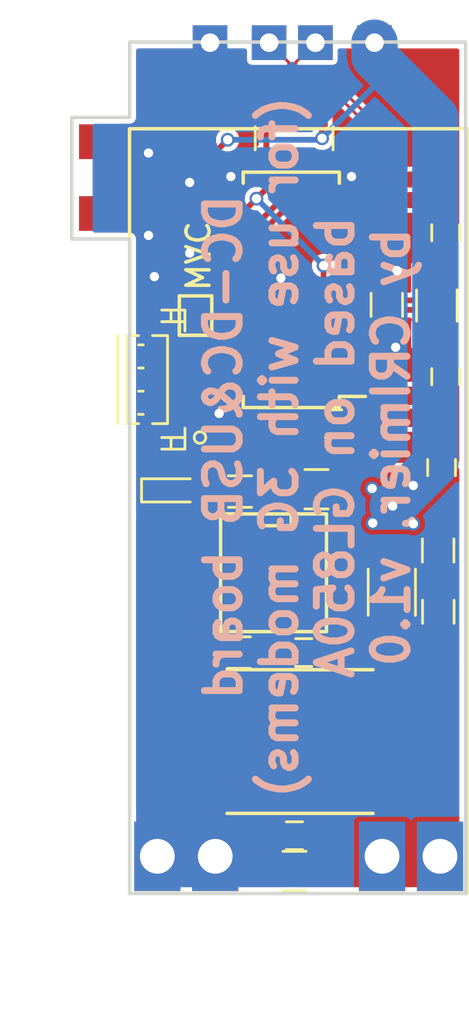
<source format=kicad_pcb>
(kicad_pcb (version 4) (host pcbnew 4.0.7)

  (general
    (links 70)
    (no_connects 0)
    (area 139.362999 85.559999 156.513001 122.460001)
    (thickness 1.6)
    (drawings 9)
    (tracks 282)
    (zones 0)
    (modules 34)
    (nets 27)
  )

  (page A4)
  (layers
    (0 F.Cu signal)
    (31 B.Cu signal)
    (32 B.Adhes user hide)
    (33 F.Adhes user hide)
    (34 B.Paste user hide)
    (35 F.Paste user hide)
    (36 B.SilkS user)
    (37 F.SilkS user)
    (38 B.Mask user)
    (39 F.Mask user hide)
    (40 Dwgs.User user hide)
    (41 Cmts.User user hide)
    (42 Eco1.User user)
    (43 Eco2.User user hide)
    (44 Edge.Cuts user)
    (45 Margin user hide)
    (46 B.CrtYd user hide)
    (47 F.CrtYd user hide)
    (48 B.Fab user hide)
    (49 F.Fab user hide)
  )

  (setup
    (last_trace_width 0.25)
    (user_trace_width 0.2)
    (user_trace_width 0.5)
    (user_trace_width 1)
    (user_trace_width 1.5)
    (user_trace_width 2)
    (user_trace_width 2.5)
    (trace_clearance 0.15)
    (zone_clearance 0.2)
    (zone_45_only no)
    (trace_min 0.1)
    (segment_width 0.2)
    (edge_width 0.15)
    (via_size 0.6)
    (via_drill 0.4)
    (via_min_size 0.4)
    (via_min_drill 0.3)
    (uvia_size 0.3)
    (uvia_drill 0.1)
    (uvias_allowed no)
    (uvia_min_size 0.2)
    (uvia_min_drill 0.1)
    (pcb_text_width 0.3)
    (pcb_text_size 1.5 1.5)
    (mod_edge_width 0.15)
    (mod_text_size 1 1)
    (mod_text_width 0.15)
    (pad_size 1.2 0.8)
    (pad_drill 0)
    (pad_to_mask_clearance 0.2)
    (aux_axis_origin 155.75 85)
    (visible_elements 7FFFFF7F)
    (pcbplotparams
      (layerselection 0x010f0_80000001)
      (usegerberextensions true)
      (usegerberattributes true)
      (excludeedgelayer true)
      (linewidth 0.200000)
      (plotframeref false)
      (viasonmask false)
      (mode 1)
      (useauxorigin true)
      (hpglpennumber 1)
      (hpglpenspeed 20)
      (hpglpendiameter 15)
      (hpglpenoverlay 2)
      (psnegative false)
      (psa4output false)
      (plotreference true)
      (plotvalue true)
      (plotinvisibletext false)
      (padsonsilk false)
      (subtractmaskfromsilk false)
      (outputformat 1)
      (mirror false)
      (drillshape 0)
      (scaleselection 1)
      (outputdirectory gerbers/))
  )

  (net 0 "")
  (net 1 VSS)
  (net 2 GND)
  (net 3 +5V)
  (net 4 "Net-(D1-Pad2)")
  (net 5 "Net-(J1-Pad6)")
  (net 6 "Net-(J1-Pad3)")
  (net 7 "Net-(J1-Pad1)")
  (net 8 "Net-(C6-Pad1)")
  (net 9 "Net-(C7-Pad2)")
  (net 10 UG-)
  (net 11 UG+)
  (net 12 "Net-(R4-Pad2)")
  (net 13 +3V3)
  (net 14 "Net-(RN1-Pad7)")
  (net 15 "Net-(RN1-Pad8)")
  (net 16 "Net-(RN1-Pad6)")
  (net 17 UE-)
  (net 18 UE+)
  (net 19 UIN-)
  (net 20 UIN+)
  (net 21 UA-)
  (net 22 UA+)
  (net 23 "Net-(C9-Pad2)")
  (net 24 UB-)
  (net 25 UB+)
  (net 26 "Net-(J2-Pad4)")

  (net_class Default "This is the default net class."
    (clearance 0.15)
    (trace_width 0.25)
    (via_dia 0.6)
    (via_drill 0.4)
    (uvia_dia 0.3)
    (uvia_drill 0.1)
    (add_net +3V3)
    (add_net +5V)
    (add_net GND)
    (add_net "Net-(C6-Pad1)")
    (add_net "Net-(C7-Pad2)")
    (add_net "Net-(C9-Pad2)")
    (add_net "Net-(D1-Pad2)")
    (add_net "Net-(J1-Pad1)")
    (add_net "Net-(J1-Pad3)")
    (add_net "Net-(J1-Pad6)")
    (add_net "Net-(J2-Pad4)")
    (add_net "Net-(R4-Pad2)")
    (add_net "Net-(RN1-Pad6)")
    (add_net "Net-(RN1-Pad7)")
    (add_net "Net-(RN1-Pad8)")
    (add_net UA+)
    (add_net UA-)
    (add_net UB+)
    (add_net UB-)
    (add_net UE+)
    (add_net UE-)
    (add_net UG+)
    (add_net UG-)
    (add_net UIN+)
    (add_net UIN-)
    (add_net VSS)
  )

  (module Crystals:Crystal_SMD_3215-2pin_3.2x1.5mm (layer F.Cu) (tedit 5B020AA5) (tstamp 5AE49710)
    (at 155.194 97.008 90)
    (descr "SMD Crystal FC-135 https://support.epson.biz/td/api/doc_check.php?dl=brief_FC-135R_en.pdf")
    (tags "SMD SMT Crystal")
    (path /5AE168DF)
    (attr smd)
    (fp_text reference Y1 (at 0 -2 90) (layer F.SilkS) hide
      (effects (font (size 1 1) (thickness 0.15)))
    )
    (fp_text value Crystal (at 0 2 90) (layer F.Fab)
      (effects (font (size 1 1) (thickness 0.15)))
    )
    (fp_text user %R (at 0 -2 90) (layer F.Fab)
      (effects (font (size 1 1) (thickness 0.15)))
    )
    (fp_line (start -2 -1.15) (end 2 -1.15) (layer F.CrtYd) (width 0.05))
    (fp_line (start -1.6 -0.75) (end -1.6 0.75) (layer F.Fab) (width 0.1))
    (fp_line (start -0.675 0.875) (end 0.675 0.875) (layer F.SilkS) (width 0.12))
    (fp_line (start -0.675 -0.875) (end 0.675 -0.875) (layer F.SilkS) (width 0.12))
    (fp_line (start 1.6 -0.75) (end 1.6 0.75) (layer F.Fab) (width 0.1))
    (fp_line (start -1.6 -0.75) (end 1.6 -0.75) (layer F.Fab) (width 0.1))
    (fp_line (start -1.6 0.75) (end 1.6 0.75) (layer F.Fab) (width 0.1))
    (fp_line (start -2 1.15) (end 2 1.15) (layer F.CrtYd) (width 0.05))
    (fp_line (start -2 -1.15) (end -2 1.15) (layer F.CrtYd) (width 0.05))
    (fp_line (start 2 -1.15) (end 2 1.15) (layer F.CrtYd) (width 0.05))
    (pad 1 smd rect (at 1.25 0 90) (size 1 1.8) (layers F.Cu F.Paste F.Mask)
      (net 9 "Net-(C7-Pad2)"))
    (pad 2 smd rect (at -1.25 0 90) (size 1 1.8) (layers F.Cu F.Paste F.Mask)
      (net 8 "Net-(C6-Pad1)"))
    (model ${KISYS3DMOD}/Crystals.3dshapes/Crystal_SMD_3215-2pin_3.2x1.5mm.wrl
      (at (xyz 0 0 0))
      (scale (xyz 1 1 1))
      (rotate (xyz 0 0 0))
    )
  )

  (module Capacitors_SMD:C_0603 (layer F.Cu) (tedit 5AE15658) (tstamp 5AE1553A)
    (at 155.575 93.865 270)
    (descr "Capacitor SMD 0603, reflow soldering, AVX (see smccp.pdf)")
    (tags "capacitor 0603")
    (path /5AE16DE7)
    (attr smd)
    (fp_text reference C7 (at 0 -1.5 270) (layer F.SilkS) hide
      (effects (font (size 1 1) (thickness 0.15)))
    )
    (fp_text value C_Small (at 0 1.5 270) (layer F.Fab)
      (effects (font (size 1 1) (thickness 0.15)))
    )
    (fp_line (start 1.4 0.65) (end -1.4 0.65) (layer F.CrtYd) (width 0.05))
    (fp_line (start 1.4 0.65) (end 1.4 -0.65) (layer F.CrtYd) (width 0.05))
    (fp_line (start -1.4 -0.65) (end -1.4 0.65) (layer F.CrtYd) (width 0.05))
    (fp_line (start -1.4 -0.65) (end 1.4 -0.65) (layer F.CrtYd) (width 0.05))
    (fp_line (start 0.35 0.6) (end -0.35 0.6) (layer F.SilkS) (width 0.12))
    (fp_line (start -0.35 -0.6) (end 0.35 -0.6) (layer F.SilkS) (width 0.12))
    (fp_line (start -0.8 -0.4) (end 0.8 -0.4) (layer F.Fab) (width 0.1))
    (fp_line (start 0.8 -0.4) (end 0.8 0.4) (layer F.Fab) (width 0.1))
    (fp_line (start 0.8 0.4) (end -0.8 0.4) (layer F.Fab) (width 0.1))
    (fp_line (start -0.8 0.4) (end -0.8 -0.4) (layer F.Fab) (width 0.1))
    (fp_text user %R (at 0 0 270) (layer F.Fab)
      (effects (font (size 0.3 0.3) (thickness 0.075)))
    )
    (pad 2 smd rect (at 0.75 0 270) (size 0.8 0.75) (layers F.Cu F.Paste F.Mask)
      (net 9 "Net-(C7-Pad2)"))
    (pad 1 smd rect (at -0.75 0 270) (size 0.8 0.75) (layers F.Cu F.Paste F.Mask)
      (net 2 GND))
    (model Capacitors_SMD.3dshapes/C_0603.wrl
      (at (xyz 0 0 0))
      (scale (xyz 1 1 1))
      (rotate (xyz 0 0 0))
    )
  )

  (module Connectors_JST:JST_SH_BM04B-SRSS-TB_04x1.00mm_Straight (layer F.Cu) (tedit 5B021B0C) (tstamp 5AE15544)
    (at 143.383 100.203 90)
    (descr http://www.jst-mfg.com/product/pdf/eng/eSH.pdf)
    (tags "connector jst sh")
    (path /5AE1573E)
    (attr smd)
    (fp_text reference J2 (at -1.5 -3.5 90) (layer F.SilkS) hide
      (effects (font (size 1 1) (thickness 0.15)))
    )
    (fp_text value Conn_01x04 (at 0 3.5 90) (layer F.Fab)
      (effects (font (size 1 1) (thickness 0.15)))
    )
    (fp_circle (center -2.5 1.5875) (end -2.25 1.5875) (layer F.SilkS) (width 0.12))
    (fp_line (start -1.9 -1.9625) (end 1.9 -1.9625) (layer F.SilkS) (width 0.12))
    (fp_line (start -3 -0.0625) (end -3 0.9375) (layer F.SilkS) (width 0.12))
    (fp_line (start -3 0.9375) (end -2.1 0.9375) (layer F.SilkS) (width 0.12))
    (fp_line (start -2.5 0.9375) (end -2.5 -0.0625) (layer F.SilkS) (width 0.12))
    (fp_line (start -2.5 -0.0625) (end -2.5 -0.0625) (layer F.SilkS) (width 0.12))
    (fp_line (start -2.5 -0.0625) (end -2.5 0.9375) (layer F.SilkS) (width 0.12))
    (fp_line (start -2.5 0.9375) (end -2.5 0.9375) (layer F.SilkS) (width 0.12))
    (fp_line (start -2.5 0.3375) (end -2.5 0.3375) (layer F.SilkS) (width 0.12))
    (fp_line (start -2.5 0.3375) (end -3 0.3375) (layer F.SilkS) (width 0.12))
    (fp_line (start -3 0.3375) (end -3 0.3375) (layer F.SilkS) (width 0.12))
    (fp_line (start -3 0.3375) (end -2.5 0.3375) (layer F.SilkS) (width 0.12))
    (fp_line (start 3 -0.0625) (end 3 0.9375) (layer F.SilkS) (width 0.12))
    (fp_line (start 3 0.9375) (end 2.1 0.9375) (layer F.SilkS) (width 0.12))
    (fp_line (start 2.5 0.9375) (end 2.5 -0.0625) (layer F.SilkS) (width 0.12))
    (fp_line (start 2.5 -0.0625) (end 2.5 -0.0625) (layer F.SilkS) (width 0.12))
    (fp_line (start 2.5 -0.0625) (end 2.5 0.9375) (layer F.SilkS) (width 0.12))
    (fp_line (start 2.5 0.9375) (end 2.5 0.9375) (layer F.SilkS) (width 0.12))
    (fp_line (start 2.5 0.3375) (end 2.5 0.3375) (layer F.SilkS) (width 0.12))
    (fp_line (start 2.5 0.3375) (end 3 0.3375) (layer F.SilkS) (width 0.12))
    (fp_line (start 3 0.3375) (end 3 0.3375) (layer F.SilkS) (width 0.12))
    (fp_line (start 3 0.3375) (end 2.5 0.3375) (layer F.SilkS) (width 0.12))
    (fp_line (start -1.9 -1.0625) (end -1.9 -1.5625) (layer F.SilkS) (width 0.12))
    (fp_line (start -1.9 -1.5625) (end 1.9 -1.5625) (layer F.SilkS) (width 0.12))
    (fp_line (start 1.9 -1.5625) (end 1.9 -1.0625) (layer F.SilkS) (width 0.12))
    (fp_line (start -1.9 -0.4625) (end -1.9 0.1875) (layer F.SilkS) (width 0.12))
    (fp_line (start -1.9 0.1875) (end 1.9 0.1875) (layer F.SilkS) (width 0.12))
    (fp_line (start 1.9 0.1875) (end 1.9 -0.4625) (layer F.SilkS) (width 0.12))
    (fp_line (start -1.5 -1.0625) (end -1.5 -0.8625) (layer F.SilkS) (width 0.12))
    (fp_line (start -0.5 -1.0625) (end -0.5 -0.8625) (layer F.SilkS) (width 0.12))
    (fp_line (start 0.5 -1.0625) (end 0.5 -0.8625) (layer F.SilkS) (width 0.12))
    (fp_line (start 1.5 -1.0625) (end 1.5 -0.8625) (layer F.SilkS) (width 0.12))
    (fp_line (start -3.9 2.55) (end -3.9 -2.7) (layer F.CrtYd) (width 0.05))
    (fp_line (start -3.9 -2.7) (end 3.9 -2.7) (layer F.CrtYd) (width 0.05))
    (fp_line (start 3.9 -2.7) (end 3.9 2.55) (layer F.CrtYd) (width 0.05))
    (fp_line (start 3.9 2.55) (end -3.9 2.55) (layer F.CrtYd) (width 0.05))
    (pad 1 smd rect (at -1.5 1.2625 90) (size 0.6 1.55) (layers F.Cu F.Paste F.Mask)
      (net 2 GND))
    (pad 2 smd rect (at -0.5 1.2625 90) (size 0.6 1.55) (layers F.Cu F.Paste F.Mask)
      (net 11 UG+))
    (pad 3 smd rect (at 0.5 1.2625 90) (size 0.6 1.55) (layers F.Cu F.Paste F.Mask)
      (net 10 UG-))
    (pad 4 smd rect (at 1.5 1.2625 90) (size 0.6 1.55) (layers F.Cu F.Paste F.Mask)
      (net 26 "Net-(J2-Pad4)"))
    (pad "" smd rect (at -2.8 -0.7625 90) (size 1.2 0.8) (layers F.Cu F.Paste F.Mask)
      (net 2 GND))
    (pad "" smd rect (at 2.8 -0.7625 90) (size 1.2 0.8) (layers F.Cu F.Paste F.Mask)
      (net 2 GND))
  )

  (module Housings_SSOP:SSOP-28_3.9x9.9mm_Pitch0.635mm (layer F.Cu) (tedit 5AE15642) (tstamp 5AE155A5)
    (at 148.911 96.3295 180)
    (descr "SSOP28: plastic shrink small outline package; 28 leads; body width 3.9 mm; lead pitch 0.635; (see http://cds.linear.com/docs/en/datasheet/38901fb.pdf)")
    (tags "SSOP 0.635")
    (path /5AE14F6C)
    (attr smd)
    (fp_text reference U2 (at 0 -5.9 180) (layer F.SilkS) hide
      (effects (font (size 1 1) (thickness 0.15)))
    )
    (fp_text value GL850G (at -0.1 6.2 180) (layer F.Fab)
      (effects (font (size 1 1) (thickness 0.15)))
    )
    (fp_line (start -0.95 -4.95) (end 1.95 -4.95) (layer F.Fab) (width 0.15))
    (fp_line (start 1.95 -4.95) (end 1.95 4.95) (layer F.Fab) (width 0.15))
    (fp_line (start 1.95 4.95) (end -1.95 4.95) (layer F.Fab) (width 0.15))
    (fp_line (start -1.95 4.95) (end -1.95 -4) (layer F.Fab) (width 0.15))
    (fp_line (start -1.95 -4) (end -0.95 -4.95) (layer F.Fab) (width 0.15))
    (fp_line (start -3.45 -5.2) (end -3.45 5.2) (layer F.CrtYd) (width 0.05))
    (fp_line (start 3.45 -5.2) (end 3.45 5.2) (layer F.CrtYd) (width 0.05))
    (fp_line (start -3.45 -5.2) (end 3.45 -5.2) (layer F.CrtYd) (width 0.05))
    (fp_line (start -3.45 5.2) (end 3.45 5.2) (layer F.CrtYd) (width 0.05))
    (fp_line (start -2.075 -5.08) (end -2.075 -4.6) (layer F.SilkS) (width 0.15))
    (fp_line (start 2.075 -5.08) (end 2.075 -4.6) (layer F.SilkS) (width 0.15))
    (fp_line (start 2.075 5.08) (end 2.075 4.6) (layer F.SilkS) (width 0.15))
    (fp_line (start -2.075 5.08) (end -2.075 4.6) (layer F.SilkS) (width 0.15))
    (fp_line (start -2.075 -5.08) (end 2.075 -5.08) (layer F.SilkS) (width 0.15))
    (fp_line (start -2.075 5.08) (end 2.075 5.08) (layer F.SilkS) (width 0.15))
    (fp_line (start -2.075 -4.6) (end -3.2 -4.6) (layer F.SilkS) (width 0.15))
    (fp_text user %R (at 0 0 180) (layer F.Fab)
      (effects (font (size 0.8 0.8) (thickness 0.15)))
    )
    (pad 1 smd rect (at -2.6 -4.1275 180) (size 1.2 0.4) (layers F.Cu F.Paste F.Mask)
      (net 13 +3V3))
    (pad 2 smd rect (at -2.6 -3.4925 180) (size 1.2 0.4) (layers F.Cu F.Paste F.Mask)
      (net 21 UA-))
    (pad 3 smd rect (at -2.6 -2.8575 180) (size 1.2 0.4) (layers F.Cu F.Paste F.Mask)
      (net 22 UA+))
    (pad 4 smd rect (at -2.6 -2.2225 180) (size 1.2 0.4) (layers F.Cu F.Paste F.Mask)
      (net 12 "Net-(R4-Pad2)"))
    (pad 5 smd rect (at -2.6 -1.5875 180) (size 1.2 0.4) (layers F.Cu F.Paste F.Mask)
      (net 13 +3V3))
    (pad 6 smd rect (at -2.6 -0.9525 180) (size 1.2 0.4) (layers F.Cu F.Paste F.Mask)
      (net 8 "Net-(C6-Pad1)"))
    (pad 7 smd rect (at -2.6 -0.3175 180) (size 1.2 0.4) (layers F.Cu F.Paste F.Mask)
      (net 9 "Net-(C7-Pad2)"))
    (pad 8 smd rect (at -2.6 0.3175 180) (size 1.2 0.4) (layers F.Cu F.Paste F.Mask)
      (net 24 UB-))
    (pad 9 smd rect (at -2.6 0.9525 180) (size 1.2 0.4) (layers F.Cu F.Paste F.Mask)
      (net 25 UB+))
    (pad 10 smd rect (at -2.6 1.5875 180) (size 1.2 0.4) (layers F.Cu F.Paste F.Mask)
      (net 13 +3V3))
    (pad 11 smd rect (at -2.6 2.2225 180) (size 1.2 0.4) (layers F.Cu F.Paste F.Mask)
      (net 17 UE-))
    (pad 12 smd rect (at -2.6 2.8575 180) (size 1.2 0.4) (layers F.Cu F.Paste F.Mask)
      (net 18 UE+))
    (pad 13 smd rect (at -2.6 3.4925 180) (size 1.2 0.4) (layers F.Cu F.Paste F.Mask)
      (net 15 "Net-(RN1-Pad8)"))
    (pad 14 smd rect (at -2.6 4.1275 180) (size 1.2 0.4) (layers F.Cu F.Paste F.Mask)
      (net 2 GND))
    (pad 15 smd rect (at 2.6 4.1275 180) (size 1.2 0.4) (layers F.Cu F.Paste F.Mask)
      (net 2 GND))
    (pad 16 smd rect (at 2.6 3.4925 180) (size 1.2 0.4) (layers F.Cu F.Paste F.Mask)
      (net 13 +3V3))
    (pad 17 smd rect (at 2.6 2.8575 180) (size 1.2 0.4) (layers F.Cu F.Paste F.Mask)
      (net 16 "Net-(RN1-Pad6)"))
    (pad 18 smd rect (at 2.6 2.2225 180) (size 1.2 0.4) (layers F.Cu F.Paste F.Mask)
      (net 14 "Net-(RN1-Pad7)"))
    (pad 19 smd rect (at 2.6 1.5875 180) (size 1.2 0.4) (layers F.Cu F.Paste F.Mask))
    (pad 20 smd rect (at 2.6 0.9525 180) (size 1.2 0.4) (layers F.Cu F.Paste F.Mask))
    (pad 21 smd rect (at 2.6 0.3175 180) (size 1.2 0.4) (layers F.Cu F.Paste F.Mask))
    (pad 22 smd rect (at 2.6 -0.3175 180) (size 1.2 0.4) (layers F.Cu F.Paste F.Mask))
    (pad 23 smd rect (at 2.6 -0.9525 180) (size 1.2 0.4) (layers F.Cu F.Paste F.Mask)
      (net 3 +5V))
    (pad 24 smd rect (at 2.6 -1.5875 180) (size 1.2 0.4) (layers F.Cu F.Paste F.Mask)
      (net 13 +3V3))
    (pad 25 smd rect (at 2.6 -2.2225 180) (size 1.2 0.4) (layers F.Cu F.Paste F.Mask)
      (net 19 UIN-))
    (pad 26 smd rect (at 2.6 -2.8575 180) (size 1.2 0.4) (layers F.Cu F.Paste F.Mask)
      (net 20 UIN+))
    (pad 27 smd rect (at 2.6 -3.4925 180) (size 1.2 0.4) (layers F.Cu F.Paste F.Mask)
      (net 10 UG-))
    (pad 28 smd rect (at 2.6 -4.1275 180) (size 1.2 0.4) (layers F.Cu F.Paste F.Mask)
      (net 11 UG+))
    (model ${KISYS3DMOD}/Housings_SSOP.3dshapes/SSOP-28_3.9x9.9mm_Pitch0.635mm.wrl
      (at (xyz 0 0 0))
      (scale (xyz 1 1 1))
      (rotate (xyz 0 0 0))
    )
  )

  (module Resistors_SMD:R_0603 (layer F.Cu) (tedit 5AE15654) (tstamp 5AE1554A)
    (at 153.035 96.9765 270)
    (descr "Resistor SMD 0603, reflow soldering, Vishay (see dcrcw.pdf)")
    (tags "resistor 0603")
    (path /5AE1678B)
    (attr smd)
    (fp_text reference R4 (at 0 -1.45 270) (layer F.SilkS) hide
      (effects (font (size 1 1) (thickness 0.15)))
    )
    (fp_text value 680R (at 0 1.5 270) (layer F.Fab)
      (effects (font (size 1 1) (thickness 0.15)))
    )
    (fp_text user %R (at 0 0 270) (layer F.Fab)
      (effects (font (size 0.4 0.4) (thickness 0.075)))
    )
    (fp_line (start -0.8 0.4) (end -0.8 -0.4) (layer F.Fab) (width 0.1))
    (fp_line (start 0.8 0.4) (end -0.8 0.4) (layer F.Fab) (width 0.1))
    (fp_line (start 0.8 -0.4) (end 0.8 0.4) (layer F.Fab) (width 0.1))
    (fp_line (start -0.8 -0.4) (end 0.8 -0.4) (layer F.Fab) (width 0.1))
    (fp_line (start 0.5 0.68) (end -0.5 0.68) (layer F.SilkS) (width 0.12))
    (fp_line (start -0.5 -0.68) (end 0.5 -0.68) (layer F.SilkS) (width 0.12))
    (fp_line (start -1.25 -0.7) (end 1.25 -0.7) (layer F.CrtYd) (width 0.05))
    (fp_line (start -1.25 -0.7) (end -1.25 0.7) (layer F.CrtYd) (width 0.05))
    (fp_line (start 1.25 0.7) (end 1.25 -0.7) (layer F.CrtYd) (width 0.05))
    (fp_line (start 1.25 0.7) (end -1.25 0.7) (layer F.CrtYd) (width 0.05))
    (pad 1 smd rect (at -0.75 0 270) (size 0.5 0.9) (layers F.Cu F.Paste F.Mask)
      (net 2 GND))
    (pad 2 smd rect (at 0.75 0 270) (size 0.5 0.9) (layers F.Cu F.Paste F.Mask)
      (net 12 "Net-(R4-Pad2)"))
    (model ${KISYS3DMOD}/Resistors_SMD.3dshapes/R_0603.wrl
      (at (xyz 0 0 0))
      (scale (xyz 1 1 1))
      (rotate (xyz 0 0 0))
    )
  )

  (module Capacitors_SMD:C_0603 (layer F.Cu) (tedit 5AE2B40A) (tstamp 5AE2B427)
    (at 150.737 102.108 180)
    (descr "Capacitor SMD 0603, reflow soldering, AVX (see smccp.pdf)")
    (tags "capacitor 0603")
    (path /5AE2B94D)
    (attr smd)
    (fp_text reference C8 (at 0 -1.5 180) (layer F.SilkS) hide
      (effects (font (size 1 1) (thickness 0.15)))
    )
    (fp_text value C (at 0 1.5 180) (layer F.Fab)
      (effects (font (size 1 1) (thickness 0.15)))
    )
    (fp_line (start 1.4 0.65) (end -1.4 0.65) (layer F.CrtYd) (width 0.05))
    (fp_line (start 1.4 0.65) (end 1.4 -0.65) (layer F.CrtYd) (width 0.05))
    (fp_line (start -1.4 -0.65) (end -1.4 0.65) (layer F.CrtYd) (width 0.05))
    (fp_line (start -1.4 -0.65) (end 1.4 -0.65) (layer F.CrtYd) (width 0.05))
    (fp_line (start 0.35 0.6) (end -0.35 0.6) (layer F.SilkS) (width 0.12))
    (fp_line (start -0.35 -0.6) (end 0.35 -0.6) (layer F.SilkS) (width 0.12))
    (fp_line (start -0.8 -0.4) (end 0.8 -0.4) (layer F.Fab) (width 0.1))
    (fp_line (start 0.8 -0.4) (end 0.8 0.4) (layer F.Fab) (width 0.1))
    (fp_line (start 0.8 0.4) (end -0.8 0.4) (layer F.Fab) (width 0.1))
    (fp_line (start -0.8 0.4) (end -0.8 -0.4) (layer F.Fab) (width 0.1))
    (fp_text user %R (at 0 0 180) (layer F.Fab)
      (effects (font (size 0.3 0.3) (thickness 0.075)))
    )
    (pad 2 smd rect (at 0.75 0 180) (size 0.8 0.75) (layers F.Cu F.Paste F.Mask)
      (net 2 GND))
    (pad 1 smd rect (at -0.75 0 180) (size 0.8 0.75) (layers F.Cu F.Paste F.Mask)
      (net 13 +3V3))
    (model Capacitors_SMD.3dshapes/C_0603.wrl
      (at (xyz 0 0 0))
      (scale (xyz 1 1 1))
      (rotate (xyz 0 0 0))
    )
  )

  (module Measurement_Points:Measurement_Point_Round-SMD-Pad_Small (layer F.Cu) (tedit 5AE2ADBF) (tstamp 5AE2ADB4)
    (at 154.051 101.854 90)
    (descr "Mesurement Point, Round, SMD Pad, DM 1.5mm,")
    (tags "Mesurement Point Round SMD Pad 1.5mm")
    (path /5AE2B039)
    (attr virtual)
    (fp_text reference TP7 (at 0 -2 90) (layer F.SilkS) hide
      (effects (font (size 1 1) (thickness 0.15)))
    )
    (fp_text value UA- (at 0 2 90) (layer F.Fab)
      (effects (font (size 1 1) (thickness 0.15)))
    )
    (fp_circle (center 0 0) (end 1 0) (layer F.CrtYd) (width 0.05))
    (pad 1 smd circle (at 0 0 90) (size 0.8 0.8) (layers F.Cu F.Mask)
      (net 21 UA-))
  )

  (module Measurement_Points:Measurement_Point_Round-SMD-Pad_Small (layer F.Cu) (tedit 5AE2ADBC) (tstamp 5AE2ADB9)
    (at 154.051 100.9015 90)
    (descr "Mesurement Point, Round, SMD Pad, DM 1.5mm,")
    (tags "Mesurement Point Round SMD Pad 1.5mm")
    (path /5AE2B0A1)
    (attr virtual)
    (fp_text reference TP8 (at 0 -2 90) (layer F.SilkS) hide
      (effects (font (size 1 1) (thickness 0.15)))
    )
    (fp_text value UA+ (at 0 2 90) (layer F.Fab)
      (effects (font (size 1 1) (thickness 0.15)))
    )
    (fp_circle (center 0 0) (end 1 0) (layer F.CrtYd) (width 0.05))
    (pad 1 smd circle (at 0 0 90) (size 0.8 0.8) (layers F.Cu F.Mask)
      (net 22 UA+))
  )

  (module Measurement_Points:Measurement_Point_Square-SMD-Pad_Small (layer F.Cu) (tedit 5AE15644) (tstamp 5AE15565)
    (at 140.4995 93.035)
    (descr "Mesurement Point, Square, SMD Pad,  1.5mm x 1.5mm,")
    (tags "Mesurement Point Square SMD Pad 1.5x1.5mm")
    (path /5AE151B2)
    (attr virtual)
    (fp_text reference TP3 (at 0 -2) (layer F.SilkS) hide
      (effects (font (size 1 1) (thickness 0.15)))
    )
    (fp_text value UIN- (at 0 2) (layer F.Fab)
      (effects (font (size 1 1) (thickness 0.15)))
    )
    (fp_line (start -1 -1) (end 1 -1) (layer F.CrtYd) (width 0.05))
    (fp_line (start 1 -1) (end 1 1) (layer F.CrtYd) (width 0.05))
    (fp_line (start 1 1) (end -1 1) (layer F.CrtYd) (width 0.05))
    (fp_line (start -1 1) (end -1 -1) (layer F.CrtYd) (width 0.05))
    (pad 1 smd rect (at 0 0) (size 1.5 1.5) (layers F.Cu F.Mask)
      (net 19 UIN-))
  )

  (module Measurement_Points:Measurement_Point_Square-SMD-Pad_Small (layer F.Cu) (tedit 5AE15646) (tstamp 5AE1556A)
    (at 140.4995 89.935)
    (descr "Mesurement Point, Square, SMD Pad,  1.5mm x 1.5mm,")
    (tags "Mesurement Point Square SMD Pad 1.5x1.5mm")
    (path /5AE15378)
    (attr virtual)
    (fp_text reference TP4 (at 0 -2) (layer F.SilkS) hide
      (effects (font (size 1 1) (thickness 0.15)))
    )
    (fp_text value UIN+ (at 0 2) (layer F.Fab)
      (effects (font (size 1 1) (thickness 0.15)))
    )
    (fp_line (start -1 -1) (end 1 -1) (layer F.CrtYd) (width 0.05))
    (fp_line (start 1 -1) (end 1 1) (layer F.CrtYd) (width 0.05))
    (fp_line (start 1 1) (end -1 1) (layer F.CrtYd) (width 0.05))
    (fp_line (start -1 1) (end -1 -1) (layer F.CrtYd) (width 0.05))
    (pad 1 smd rect (at 0 0) (size 1.5 1.5) (layers F.Cu F.Mask)
      (net 20 UIN+))
  )

  (module Capacitors_SMD:C_0603 (layer F.Cu) (tedit 5AE15656) (tstamp 5AE15534)
    (at 155.575 100.076 270)
    (descr "Capacitor SMD 0603, reflow soldering, AVX (see smccp.pdf)")
    (tags "capacitor 0603")
    (path /5AE16D76)
    (attr smd)
    (fp_text reference C6 (at 0 -1.5 270) (layer F.SilkS) hide
      (effects (font (size 1 1) (thickness 0.15)))
    )
    (fp_text value C_Small (at 0 1.5 270) (layer F.Fab)
      (effects (font (size 1 1) (thickness 0.15)))
    )
    (fp_line (start 1.4 0.65) (end -1.4 0.65) (layer F.CrtYd) (width 0.05))
    (fp_line (start 1.4 0.65) (end 1.4 -0.65) (layer F.CrtYd) (width 0.05))
    (fp_line (start -1.4 -0.65) (end -1.4 0.65) (layer F.CrtYd) (width 0.05))
    (fp_line (start -1.4 -0.65) (end 1.4 -0.65) (layer F.CrtYd) (width 0.05))
    (fp_line (start 0.35 0.6) (end -0.35 0.6) (layer F.SilkS) (width 0.12))
    (fp_line (start -0.35 -0.6) (end 0.35 -0.6) (layer F.SilkS) (width 0.12))
    (fp_line (start -0.8 -0.4) (end 0.8 -0.4) (layer F.Fab) (width 0.1))
    (fp_line (start 0.8 -0.4) (end 0.8 0.4) (layer F.Fab) (width 0.1))
    (fp_line (start 0.8 0.4) (end -0.8 0.4) (layer F.Fab) (width 0.1))
    (fp_line (start -0.8 0.4) (end -0.8 -0.4) (layer F.Fab) (width 0.1))
    (fp_text user %R (at 0 0 270) (layer F.Fab)
      (effects (font (size 0.3 0.3) (thickness 0.075)))
    )
    (pad 2 smd rect (at 0.75 0 270) (size 0.8 0.75) (layers F.Cu F.Paste F.Mask)
      (net 2 GND))
    (pad 1 smd rect (at -0.75 0 270) (size 0.8 0.75) (layers F.Cu F.Paste F.Mask)
      (net 8 "Net-(C6-Pad1)"))
    (model Capacitors_SMD.3dshapes/C_0603.wrl
      (at (xyz 0 0 0))
      (scale (xyz 1 1 1))
      (rotate (xyz 0 0 0))
    )
  )

  (module Capacitors_SMD:C_0603 (layer F.Cu) (tedit 5AE14BFB) (tstamp 5939F93E)
    (at 149.0465 119.888 180)
    (descr "Capacitor SMD 0603, reflow soldering, AVX (see smccp.pdf)")
    (tags "capacitor 0603")
    (path /5939F856)
    (attr smd)
    (fp_text reference C1 (at 0 -1.5 180) (layer F.SilkS) hide
      (effects (font (size 1 1) (thickness 0.15)))
    )
    (fp_text value C (at 0 1.5 180) (layer F.Fab) hide
      (effects (font (size 1 1) (thickness 0.15)))
    )
    (fp_text user %R (at 0 -1.5 180) (layer F.Fab)
      (effects (font (size 1 1) (thickness 0.15)))
    )
    (fp_line (start -0.8 0.4) (end -0.8 -0.4) (layer F.Fab) (width 0.1))
    (fp_line (start 0.8 0.4) (end -0.8 0.4) (layer F.Fab) (width 0.1))
    (fp_line (start 0.8 -0.4) (end 0.8 0.4) (layer F.Fab) (width 0.1))
    (fp_line (start -0.8 -0.4) (end 0.8 -0.4) (layer F.Fab) (width 0.1))
    (fp_line (start -0.35 -0.6) (end 0.35 -0.6) (layer F.SilkS) (width 0.12))
    (fp_line (start 0.35 0.6) (end -0.35 0.6) (layer F.SilkS) (width 0.12))
    (fp_line (start -1.4 -0.65) (end 1.4 -0.65) (layer F.CrtYd) (width 0.05))
    (fp_line (start -1.4 -0.65) (end -1.4 0.65) (layer F.CrtYd) (width 0.05))
    (fp_line (start 1.4 0.65) (end 1.4 -0.65) (layer F.CrtYd) (width 0.05))
    (fp_line (start 1.4 0.65) (end -1.4 0.65) (layer F.CrtYd) (width 0.05))
    (pad 1 smd rect (at -0.75 0 180) (size 0.8 0.75) (layers F.Cu F.Paste F.Mask)
      (net 1 VSS))
    (pad 2 smd rect (at 0.75 0 180) (size 0.8 0.75) (layers F.Cu F.Paste F.Mask)
      (net 2 GND))
    (model Capacitors_SMD.3dshapes/C_0603.wrl
      (at (xyz 0 0 0))
      (scale (xyz 1 1 1))
      (rotate (xyz 0 0 0))
    )
  )

  (module Capacitors_SMD:C_0805 (layer F.Cu) (tedit 5AE14BE3) (tstamp 5939F944)
    (at 149.0505 121.412 180)
    (descr "Capacitor SMD 0805, reflow soldering, AVX (see smccp.pdf)")
    (tags "capacitor 0805")
    (path /5939F82A)
    (attr smd)
    (fp_text reference C2 (at 0 -1.5 180) (layer F.SilkS) hide
      (effects (font (size 1 1) (thickness 0.15)))
    )
    (fp_text value C (at 0 1.75 180) (layer F.Fab)
      (effects (font (size 1 1) (thickness 0.15)))
    )
    (fp_text user %R (at 0 -1.5 180) (layer F.Fab)
      (effects (font (size 1 1) (thickness 0.15)))
    )
    (fp_line (start -1 0.62) (end -1 -0.62) (layer F.Fab) (width 0.1))
    (fp_line (start 1 0.62) (end -1 0.62) (layer F.Fab) (width 0.1))
    (fp_line (start 1 -0.62) (end 1 0.62) (layer F.Fab) (width 0.1))
    (fp_line (start -1 -0.62) (end 1 -0.62) (layer F.Fab) (width 0.1))
    (fp_line (start 0.5 -0.85) (end -0.5 -0.85) (layer F.SilkS) (width 0.12))
    (fp_line (start -0.5 0.85) (end 0.5 0.85) (layer F.SilkS) (width 0.12))
    (fp_line (start -1.75 -0.88) (end 1.75 -0.88) (layer F.CrtYd) (width 0.05))
    (fp_line (start -1.75 -0.88) (end -1.75 0.87) (layer F.CrtYd) (width 0.05))
    (fp_line (start 1.75 0.87) (end 1.75 -0.88) (layer F.CrtYd) (width 0.05))
    (fp_line (start 1.75 0.87) (end -1.75 0.87) (layer F.CrtYd) (width 0.05))
    (pad 1 smd rect (at -1 0 180) (size 1 1.25) (layers F.Cu F.Paste F.Mask)
      (net 1 VSS))
    (pad 2 smd rect (at 1 0 180) (size 1 1.25) (layers F.Cu F.Paste F.Mask)
      (net 2 GND))
    (model Capacitors_SMD.3dshapes/C_0805.wrl
      (at (xyz 0 0 0))
      (scale (xyz 1 1 1))
      (rotate (xyz 0 0 0))
    )
  )

  (module Capacitors_SMD:C_0603 (layer F.Cu) (tedit 5AE14C13) (tstamp 5939F94A)
    (at 155.3985 104.001 90)
    (descr "Capacitor SMD 0603, reflow soldering, AVX (see smccp.pdf)")
    (tags "capacitor 0603")
    (path /5939F7C4)
    (attr smd)
    (fp_text reference C3 (at 0 -1.5 90) (layer F.SilkS) hide
      (effects (font (size 1 1) (thickness 0.15)))
    )
    (fp_text value C (at 0 1.5 90) (layer F.Fab)
      (effects (font (size 1 1) (thickness 0.15)))
    )
    (fp_text user %R (at 0 -1.5 90) (layer F.Fab)
      (effects (font (size 1 1) (thickness 0.15)))
    )
    (fp_line (start -0.8 0.4) (end -0.8 -0.4) (layer F.Fab) (width 0.1))
    (fp_line (start 0.8 0.4) (end -0.8 0.4) (layer F.Fab) (width 0.1))
    (fp_line (start 0.8 -0.4) (end 0.8 0.4) (layer F.Fab) (width 0.1))
    (fp_line (start -0.8 -0.4) (end 0.8 -0.4) (layer F.Fab) (width 0.1))
    (fp_line (start -0.35 -0.6) (end 0.35 -0.6) (layer F.SilkS) (width 0.12))
    (fp_line (start 0.35 0.6) (end -0.35 0.6) (layer F.SilkS) (width 0.12))
    (fp_line (start -1.4 -0.65) (end 1.4 -0.65) (layer F.CrtYd) (width 0.05))
    (fp_line (start -1.4 -0.65) (end -1.4 0.65) (layer F.CrtYd) (width 0.05))
    (fp_line (start 1.4 0.65) (end 1.4 -0.65) (layer F.CrtYd) (width 0.05))
    (fp_line (start 1.4 0.65) (end -1.4 0.65) (layer F.CrtYd) (width 0.05))
    (pad 1 smd rect (at -0.75 0 90) (size 0.8 0.75) (layers F.Cu F.Paste F.Mask)
      (net 3 +5V))
    (pad 2 smd rect (at 0.75 0 90) (size 0.8 0.75) (layers F.Cu F.Paste F.Mask)
      (net 2 GND))
    (model Capacitors_SMD.3dshapes/C_0603.wrl
      (at (xyz 0 0 0))
      (scale (xyz 1 1 1))
      (rotate (xyz 0 0 0))
    )
  )

  (module Capacitors_SMD:C_0805 (layer F.Cu) (tedit 5AE14BFD) (tstamp 5939F950)
    (at 149.9985 104.935 180)
    (descr "Capacitor SMD 0805, reflow soldering, AVX (see smccp.pdf)")
    (tags "capacitor 0805")
    (path /5939F79B)
    (attr smd)
    (fp_text reference C4 (at 0 -1.5 180) (layer F.SilkS) hide
      (effects (font (size 1 1) (thickness 0.15)))
    )
    (fp_text value C (at 0 1.75 180) (layer F.Fab)
      (effects (font (size 1 1) (thickness 0.15)))
    )
    (fp_text user %R (at 0 -1.5 180) (layer F.Fab)
      (effects (font (size 1 1) (thickness 0.15)))
    )
    (fp_line (start -1 0.62) (end -1 -0.62) (layer F.Fab) (width 0.1))
    (fp_line (start 1 0.62) (end -1 0.62) (layer F.Fab) (width 0.1))
    (fp_line (start 1 -0.62) (end 1 0.62) (layer F.Fab) (width 0.1))
    (fp_line (start -1 -0.62) (end 1 -0.62) (layer F.Fab) (width 0.1))
    (fp_line (start 0.5 -0.85) (end -0.5 -0.85) (layer F.SilkS) (width 0.12))
    (fp_line (start -0.5 0.85) (end 0.5 0.85) (layer F.SilkS) (width 0.12))
    (fp_line (start -1.75 -0.88) (end 1.75 -0.88) (layer F.CrtYd) (width 0.05))
    (fp_line (start -1.75 -0.88) (end -1.75 0.87) (layer F.CrtYd) (width 0.05))
    (fp_line (start 1.75 0.87) (end 1.75 -0.88) (layer F.CrtYd) (width 0.05))
    (fp_line (start 1.75 0.87) (end -1.75 0.87) (layer F.CrtYd) (width 0.05))
    (pad 1 smd rect (at -1 0 180) (size 1 1.25) (layers F.Cu F.Paste F.Mask)
      (net 3 +5V))
    (pad 2 smd rect (at 1 0 180) (size 1 1.25) (layers F.Cu F.Paste F.Mask)
      (net 2 GND))
    (model Capacitors_SMD.3dshapes/C_0805.wrl
      (at (xyz 0 0 0))
      (scale (xyz 1 1 1))
      (rotate (xyz 0 0 0))
    )
  )

  (module Capacitors_SMD:C_1206 (layer F.Cu) (tedit 5AE14C0A) (tstamp 5939F956)
    (at 153.2509 109.3798 270)
    (descr "Capacitor SMD 1206, reflow soldering, AVX (see smccp.pdf)")
    (tags "capacitor 1206")
    (path /5939F776)
    (attr smd)
    (fp_text reference C5 (at 0 -1.75 270) (layer F.SilkS) hide
      (effects (font (size 1 1) (thickness 0.15)))
    )
    (fp_text value C (at 0 2 270) (layer F.Fab)
      (effects (font (size 1 1) (thickness 0.15)))
    )
    (fp_text user %R (at 0 -1.75 270) (layer F.Fab)
      (effects (font (size 1 1) (thickness 0.15)))
    )
    (fp_line (start -1.6 0.8) (end -1.6 -0.8) (layer F.Fab) (width 0.1))
    (fp_line (start 1.6 0.8) (end -1.6 0.8) (layer F.Fab) (width 0.1))
    (fp_line (start 1.6 -0.8) (end 1.6 0.8) (layer F.Fab) (width 0.1))
    (fp_line (start -1.6 -0.8) (end 1.6 -0.8) (layer F.Fab) (width 0.1))
    (fp_line (start 1 -1.02) (end -1 -1.02) (layer F.SilkS) (width 0.12))
    (fp_line (start -1 1.02) (end 1 1.02) (layer F.SilkS) (width 0.12))
    (fp_line (start -2.25 -1.05) (end 2.25 -1.05) (layer F.CrtYd) (width 0.05))
    (fp_line (start -2.25 -1.05) (end -2.25 1.05) (layer F.CrtYd) (width 0.05))
    (fp_line (start 2.25 1.05) (end 2.25 -1.05) (layer F.CrtYd) (width 0.05))
    (fp_line (start 2.25 1.05) (end -2.25 1.05) (layer F.CrtYd) (width 0.05))
    (pad 1 smd rect (at -1.5 0 270) (size 1 1.6) (layers F.Cu F.Paste F.Mask)
      (net 3 +5V))
    (pad 2 smd rect (at 1.5 0 270) (size 1 1.6) (layers F.Cu F.Paste F.Mask)
      (net 2 GND))
    (model Capacitors_SMD.3dshapes/C_1206.wrl
      (at (xyz 0 0 0))
      (scale (xyz 1 1 1))
      (rotate (xyz 0 0 0))
    )
  )

  (module LEDs:LED_0603 (layer F.Cu) (tedit 5AE14C10) (tstamp 5939F95C)
    (at 143.7485 104.985)
    (descr "LED 0603 smd package")
    (tags "LED led 0603 SMD smd SMT smt smdled SMDLED smtled SMTLED")
    (path /5939F7EC)
    (attr smd)
    (fp_text reference D1 (at 0 -1.25) (layer F.SilkS) hide
      (effects (font (size 1 1) (thickness 0.15)))
    )
    (fp_text value LED (at 0 1.35) (layer F.Fab)
      (effects (font (size 1 1) (thickness 0.15)))
    )
    (fp_line (start -1.3 -0.5) (end -1.3 0.5) (layer F.SilkS) (width 0.12))
    (fp_line (start -0.2 -0.2) (end -0.2 0.2) (layer F.Fab) (width 0.1))
    (fp_line (start -0.15 0) (end 0.15 -0.2) (layer F.Fab) (width 0.1))
    (fp_line (start 0.15 0.2) (end -0.15 0) (layer F.Fab) (width 0.1))
    (fp_line (start 0.15 -0.2) (end 0.15 0.2) (layer F.Fab) (width 0.1))
    (fp_line (start 0.8 0.4) (end -0.8 0.4) (layer F.Fab) (width 0.1))
    (fp_line (start 0.8 -0.4) (end 0.8 0.4) (layer F.Fab) (width 0.1))
    (fp_line (start -0.8 -0.4) (end 0.8 -0.4) (layer F.Fab) (width 0.1))
    (fp_line (start -0.8 0.4) (end -0.8 -0.4) (layer F.Fab) (width 0.1))
    (fp_line (start -1.3 0.5) (end 0.8 0.5) (layer F.SilkS) (width 0.12))
    (fp_line (start -1.3 -0.5) (end 0.8 -0.5) (layer F.SilkS) (width 0.12))
    (fp_line (start 1.45 -0.65) (end 1.45 0.65) (layer F.CrtYd) (width 0.05))
    (fp_line (start 1.45 0.65) (end -1.45 0.65) (layer F.CrtYd) (width 0.05))
    (fp_line (start -1.45 0.65) (end -1.45 -0.65) (layer F.CrtYd) (width 0.05))
    (fp_line (start -1.45 -0.65) (end 1.45 -0.65) (layer F.CrtYd) (width 0.05))
    (pad 2 smd rect (at 0.8 0 180) (size 0.8 0.8) (layers F.Cu F.Paste F.Mask)
      (net 4 "Net-(D1-Pad2)"))
    (pad 1 smd rect (at -0.8 0 180) (size 0.8 0.8) (layers F.Cu F.Paste F.Mask)
      (net 2 GND))
    (model LEDs.3dshapes/LED_0603.wrl
      (at (xyz 0 0 0))
      (scale (xyz 1 1 1))
      (rotate (xyz 0 0 180))
    )
  )

  (module SMD_Packages:SOIC-8-N (layer F.Cu) (tedit 5AE14C00) (tstamp 5939F968)
    (at 148.1455 108.54 270)
    (descr "Module Narrow CMS SOJ 8 pins large")
    (tags "CMS SOJ")
    (path /5939F6E8)
    (attr smd)
    (fp_text reference J1 (at 0 -1.27 270) (layer F.SilkS) hide
      (effects (font (size 1 1) (thickness 0.15)))
    )
    (fp_text value G2116 (at 0 1.27 270) (layer F.Fab)
      (effects (font (size 1 1) (thickness 0.15)))
    )
    (fp_line (start -2.54 -2.286) (end 2.54 -2.286) (layer F.SilkS) (width 0.15))
    (fp_line (start 2.54 -2.286) (end 2.54 2.286) (layer F.SilkS) (width 0.15))
    (fp_line (start 2.54 2.286) (end -2.54 2.286) (layer F.SilkS) (width 0.15))
    (fp_line (start -2.54 2.286) (end -2.54 -2.286) (layer F.SilkS) (width 0.15))
    (fp_line (start -2.54 -0.762) (end -2.032 -0.762) (layer F.SilkS) (width 0.15))
    (fp_line (start -2.032 -0.762) (end -2.032 0.508) (layer F.SilkS) (width 0.15))
    (fp_line (start -2.032 0.508) (end -2.54 0.508) (layer F.SilkS) (width 0.15))
    (pad 8 smd rect (at -1.905 -3.175 270) (size 0.508 1.143) (layers F.Cu F.Paste F.Mask)
      (net 3 +5V))
    (pad 7 smd rect (at -0.635 -3.175 270) (size 0.508 1.143) (layers F.Cu F.Paste F.Mask)
      (net 3 +5V))
    (pad 6 smd rect (at 0.635 -3.175 270) (size 0.508 1.143) (layers F.Cu F.Paste F.Mask)
      (net 5 "Net-(J1-Pad6)"))
    (pad 5 smd rect (at 1.905 -3.175 270) (size 0.508 1.143) (layers F.Cu F.Paste F.Mask)
      (net 2 GND))
    (pad 4 smd rect (at 1.905 3.175 270) (size 0.508 1.143) (layers F.Cu F.Paste F.Mask)
      (net 6 "Net-(J1-Pad3)"))
    (pad 3 smd rect (at 0.635 3.175 270) (size 0.508 1.143) (layers F.Cu F.Paste F.Mask)
      (net 6 "Net-(J1-Pad3)"))
    (pad 2 smd rect (at -0.635 3.175 270) (size 0.508 1.143) (layers F.Cu F.Paste F.Mask)
      (net 7 "Net-(J1-Pad1)"))
    (pad 1 smd rect (at -1.905 3.175 270) (size 0.508 1.143) (layers F.Cu F.Paste F.Mask)
      (net 7 "Net-(J1-Pad1)"))
    (model SMD_Packages.3dshapes/SOIC-8-N.wrl
      (at (xyz 0 0 0))
      (scale (xyz 0.5 0.38 0.5))
      (rotate (xyz 0 0 0))
    )
  )

  (module Resistors_SMD:R_0603 (layer F.Cu) (tedit 5AE14C0E) (tstamp 5939F974)
    (at 146.6985 105.035 180)
    (descr "Resistor SMD 0603, reflow soldering, Vishay (see dcrcw.pdf)")
    (tags "resistor 0603")
    (path /5939F8F1)
    (attr smd)
    (fp_text reference R1 (at 0 -1.45 180) (layer F.SilkS) hide
      (effects (font (size 1 1) (thickness 0.15)))
    )
    (fp_text value R (at 0 1.5 180) (layer F.Fab)
      (effects (font (size 1 1) (thickness 0.15)))
    )
    (fp_text user %R (at 0 0 180) (layer F.Fab)
      (effects (font (size 0.5 0.5) (thickness 0.075)))
    )
    (fp_line (start -0.8 0.4) (end -0.8 -0.4) (layer F.Fab) (width 0.1))
    (fp_line (start 0.8 0.4) (end -0.8 0.4) (layer F.Fab) (width 0.1))
    (fp_line (start 0.8 -0.4) (end 0.8 0.4) (layer F.Fab) (width 0.1))
    (fp_line (start -0.8 -0.4) (end 0.8 -0.4) (layer F.Fab) (width 0.1))
    (fp_line (start 0.5 0.68) (end -0.5 0.68) (layer F.SilkS) (width 0.12))
    (fp_line (start -0.5 -0.68) (end 0.5 -0.68) (layer F.SilkS) (width 0.12))
    (fp_line (start -1.25 -0.7) (end 1.25 -0.7) (layer F.CrtYd) (width 0.05))
    (fp_line (start -1.25 -0.7) (end -1.25 0.7) (layer F.CrtYd) (width 0.05))
    (fp_line (start 1.25 0.7) (end 1.25 -0.7) (layer F.CrtYd) (width 0.05))
    (fp_line (start 1.25 0.7) (end -1.25 0.7) (layer F.CrtYd) (width 0.05))
    (pad 1 smd rect (at -0.75 0 180) (size 0.5 0.9) (layers F.Cu F.Paste F.Mask)
      (net 3 +5V))
    (pad 2 smd rect (at 0.75 0 180) (size 0.5 0.9) (layers F.Cu F.Paste F.Mask)
      (net 4 "Net-(D1-Pad2)"))
    (model ${KISYS3DMOD}/Resistors_SMD.3dshapes/R_0603.wrl
      (at (xyz 0 0 0))
      (scale (xyz 1 1 1))
      (rotate (xyz 0 0 0))
    )
  )

  (module Resistors_SMD:R_0603 (layer F.Cu) (tedit 5AE14C03) (tstamp 5939F97A)
    (at 155.2509 107.581 90)
    (descr "Resistor SMD 0603, reflow soldering, Vishay (see dcrcw.pdf)")
    (tags "resistor 0603")
    (path /5939FA99)
    (attr smd)
    (fp_text reference R2 (at 0 -1.45 90) (layer F.SilkS) hide
      (effects (font (size 1 1) (thickness 0.15)))
    )
    (fp_text value R (at 0 1.5 90) (layer F.Fab)
      (effects (font (size 1 1) (thickness 0.15)))
    )
    (fp_text user %R (at 0 0 90) (layer F.Fab)
      (effects (font (size 0.5 0.5) (thickness 0.075)))
    )
    (fp_line (start -0.8 0.4) (end -0.8 -0.4) (layer F.Fab) (width 0.1))
    (fp_line (start 0.8 0.4) (end -0.8 0.4) (layer F.Fab) (width 0.1))
    (fp_line (start 0.8 -0.4) (end 0.8 0.4) (layer F.Fab) (width 0.1))
    (fp_line (start -0.8 -0.4) (end 0.8 -0.4) (layer F.Fab) (width 0.1))
    (fp_line (start 0.5 0.68) (end -0.5 0.68) (layer F.SilkS) (width 0.12))
    (fp_line (start -0.5 -0.68) (end 0.5 -0.68) (layer F.SilkS) (width 0.12))
    (fp_line (start -1.25 -0.7) (end 1.25 -0.7) (layer F.CrtYd) (width 0.05))
    (fp_line (start -1.25 -0.7) (end -1.25 0.7) (layer F.CrtYd) (width 0.05))
    (fp_line (start 1.25 0.7) (end 1.25 -0.7) (layer F.CrtYd) (width 0.05))
    (fp_line (start 1.25 0.7) (end -1.25 0.7) (layer F.CrtYd) (width 0.05))
    (pad 1 smd rect (at -0.75 0 90) (size 0.5 0.9) (layers F.Cu F.Paste F.Mask)
      (net 5 "Net-(J1-Pad6)"))
    (pad 2 smd rect (at 0.75 0 90) (size 0.5 0.9) (layers F.Cu F.Paste F.Mask)
      (net 3 +5V))
    (model ${KISYS3DMOD}/Resistors_SMD.3dshapes/R_0603.wrl
      (at (xyz 0 0 0))
      (scale (xyz 1 1 1))
      (rotate (xyz 0 0 0))
    )
  )

  (module Resistors_SMD:R_0603 (layer F.Cu) (tedit 5AE14C05) (tstamp 5939F980)
    (at 155.2575 110.224 90)
    (descr "Resistor SMD 0603, reflow soldering, Vishay (see dcrcw.pdf)")
    (tags "resistor 0603")
    (path /5939FA52)
    (attr smd)
    (fp_text reference R3 (at 0 -1.45 90) (layer F.SilkS) hide
      (effects (font (size 1 1) (thickness 0.15)))
    )
    (fp_text value R (at 0 1.5 90) (layer F.Fab)
      (effects (font (size 1 1) (thickness 0.15)))
    )
    (fp_text user %R (at 0 0 90) (layer F.Fab)
      (effects (font (size 0.5 0.5) (thickness 0.075)))
    )
    (fp_line (start -0.8 0.4) (end -0.8 -0.4) (layer F.Fab) (width 0.1))
    (fp_line (start 0.8 0.4) (end -0.8 0.4) (layer F.Fab) (width 0.1))
    (fp_line (start 0.8 -0.4) (end 0.8 0.4) (layer F.Fab) (width 0.1))
    (fp_line (start -0.8 -0.4) (end 0.8 -0.4) (layer F.Fab) (width 0.1))
    (fp_line (start 0.5 0.68) (end -0.5 0.68) (layer F.SilkS) (width 0.12))
    (fp_line (start -0.5 -0.68) (end 0.5 -0.68) (layer F.SilkS) (width 0.12))
    (fp_line (start -1.25 -0.7) (end 1.25 -0.7) (layer F.CrtYd) (width 0.05))
    (fp_line (start -1.25 -0.7) (end -1.25 0.7) (layer F.CrtYd) (width 0.05))
    (fp_line (start 1.25 0.7) (end 1.25 -0.7) (layer F.CrtYd) (width 0.05))
    (fp_line (start 1.25 0.7) (end -1.25 0.7) (layer F.CrtYd) (width 0.05))
    (pad 1 smd rect (at -0.75 0 90) (size 0.5 0.9) (layers F.Cu F.Paste F.Mask)
      (net 2 GND))
    (pad 2 smd rect (at 0.75 0 90) (size 0.5 0.9) (layers F.Cu F.Paste F.Mask)
      (net 5 "Net-(J1-Pad6)"))
    (model ${KISYS3DMOD}/Resistors_SMD.3dshapes/R_0603.wrl
      (at (xyz 0 0 0))
      (scale (xyz 1 1 1))
      (rotate (xyz 0 0 0))
    )
  )

  (module 3g_dcdc_usb_hub_board:INDUCTOR (layer F.Cu) (tedit 5AE14BF2) (tstamp 593A00DC)
    (at 149.2885 115.824 180)
    (descr "Inductor, Taiyo Yuden, NR series, Taiyo-Yuden_NR-60xx, 6.0mmx6.0mm")
    (tags "inductor taiyo-yuden nr smd")
    (path /5939F6BB)
    (attr smd)
    (fp_text reference L1 (at 0 -4 180) (layer F.SilkS) hide
      (effects (font (size 1 1) (thickness 0.15)))
    )
    (fp_text value L_Core_Ferrite (at 0 4.5 180) (layer F.Fab)
      (effects (font (size 1 1) (thickness 0.15)))
    )
    (fp_line (start -3 0) (end -3 -2) (layer F.Fab) (width 0.15))
    (fp_line (start -3 -2) (end -2 -3) (layer F.Fab) (width 0.15))
    (fp_line (start -2 -3) (end 0 -3) (layer F.Fab) (width 0.15))
    (fp_line (start 3 0) (end 3 -2) (layer F.Fab) (width 0.15))
    (fp_line (start 3 -2) (end 2 -3) (layer F.Fab) (width 0.15))
    (fp_line (start 2 -3) (end 0 -3) (layer F.Fab) (width 0.15))
    (fp_line (start 3 0) (end 3 2) (layer F.Fab) (width 0.15))
    (fp_line (start 3 2) (end 2 3) (layer F.Fab) (width 0.15))
    (fp_line (start 2 3) (end 0 3) (layer F.Fab) (width 0.15))
    (fp_line (start -3 0) (end -3 2) (layer F.Fab) (width 0.15))
    (fp_line (start -3 2) (end -2 3) (layer F.Fab) (width 0.15))
    (fp_line (start -2 3) (end 0 3) (layer F.Fab) (width 0.15))
    (fp_line (start -3.15 -3.1) (end 3.15 -3.1) (layer F.SilkS) (width 0.15))
    (fp_line (start -3.15 3.1) (end 3.15 3.1) (layer F.SilkS) (width 0.15))
    (fp_line (start -3.45 -3.25) (end -3.45 3.25) (layer F.CrtYd) (width 0.05))
    (fp_line (start -3.45 3.25) (end 3.45 3.25) (layer F.CrtYd) (width 0.05))
    (fp_line (start 3.45 3.25) (end 3.45 -3.25) (layer F.CrtYd) (width 0.05))
    (fp_line (start 3.45 -3.25) (end -3.45 -3.25) (layer F.CrtYd) (width 0.05))
    (pad 1 smd rect (at -3.875 0 180) (size 1.6 5.9) (layers F.Cu F.Paste F.Mask)
      (net 1 VSS))
    (pad 2 smd rect (at 3.875 0 180) (size 1.6 5.9) (layers F.Cu F.Paste F.Mask)
      (net 7 "Net-(J1-Pad1)"))
    (model ${KIPRJMOD}/inductor.wrl
      (at (xyz 0 0 0))
      (scale (xyz 1 1 1))
      (rotate (xyz 0 0 0))
    )
  )

  (module 3g_dcdc_usb_hub_board:DC-DC-BREAKOUT (layer F.Cu) (tedit 5AE14BE5) (tstamp 593A0574)
    (at 149.229 105.877 90)
    (path /5939F63C)
    (fp_text reference U1 (at -13.8 8.575 90) (layer F.SilkS) hide
      (effects (font (size 1 1) (thickness 0.15)))
    )
    (fp_text value DC_DC_BREAKOUT (at -9 -9 90) (layer F.Fab)
      (effects (font (size 1 1) (thickness 0.15)))
    )
    (fp_line (start 16.5 -7.3) (end -16.5 -7.3) (layer F.SilkS) (width 0.15))
    (fp_line (start 16.5 7.3) (end 16.5 -7.3) (layer F.SilkS) (width 0.15))
    (fp_line (start -16.5 7.3) (end 16.5 7.3) (layer F.SilkS) (width 0.15))
    (fp_line (start -16.5 -7.3) (end -16.5 7.3) (layer F.SilkS) (width 0.15))
    (pad 1 thru_hole rect (at -14.9 -3.6 90) (size 3 2) (drill 1.5) (layers *.Cu *.Mask)
      (net 2 GND))
    (pad 1 thru_hole rect (at -14.9 -6.1 90) (size 3 2) (drill 1.5) (layers *.Cu *.Mask)
      (net 2 GND))
    (pad 2 thru_hole rect (at -14.9 6.1 90) (size 3 2) (drill 1.5) (layers *.Cu *.Mask)
      (net 1 VSS))
    (pad 2 thru_hole rect (at -14.9 3.6 90) (size 3 2) (drill 1.5) (layers *.Cu *.Mask)
      (net 1 VSS))
  )

  (module footprints:DCDC-Usb-Board-Outline (layer B.Cu) (tedit 58CDD03C) (tstamp 5AE14C9F)
    (at 136.5885 127.762)
    (fp_text reference "" (at 0 0) (layer B.SilkS)
      (effects (font (thickness 0.15)) (justify mirror))
    )
    (fp_text value "" (at 0 0) (layer B.SilkS)
      (effects (font (thickness 0.15)) (justify mirror))
    )
    (fp_line (start 5.2196 -38.364) (end 19.7992 -38.364) (layer Eco1.User) (width 0.15))
    (fp_line (start 5.2196 -33.792) (end 5.2196 -38.364) (layer Eco1.User) (width 0.15))
    (fp_circle (center 15.7352 -39.6848) (end 15.8368 -39.5832) (layer Eco1.User) (width 0.15))
    (fp_circle (center 9.3344 -39.6848) (end 9.3852 -39.7864) (layer Eco1.User) (width 0.15))
    (fp_circle (center 3.848 -34.808) (end 3.8988 -35.1636) (layer Eco1.User) (width 0.15))
    (fp_circle (center 3.848 -37.856) (end 4.0004 -37.5004) (layer Eco1.User) (width 0.15))
    (fp_circle (center 15.8876 -42.8344) (end 15.8876 -42.2248) (layer Eco1.User) (width 0.15))
    (fp_circle (center 13.3476 -42.8344) (end 13.4492 -42.2248) (layer Eco1.User) (width 0.15))
    (fp_circle (center 11.3156 -42.8344) (end 11.3664 -42.2248) (layer Eco1.User) (width 0.15))
    (fp_circle (center 8.7756 -42.8344) (end 8.7756 -42.2248) (layer Eco1.User) (width 0.15))
    (fp_line (start 5.2196 -33.792) (end 5.2196 -5.3948) (layer Eco1.User) (width 0.15))
    (fp_line (start 4.8132 -33.792) (end 5.2196 -33.792) (layer Eco1.User) (width 0.15))
    (fp_line (start 2.832 -33.792) (end 4.8132 -33.792) (layer Eco1.User) (width 0.15))
    (fp_line (start 2.832 -35.824) (end 2.832 -33.792) (layer Eco1.User) (width 0.15))
    (fp_line (start 4.8132 -35.824) (end 2.832 -35.824) (layer Eco1.User) (width 0.15))
    (fp_line (start 4.8132 -36.84) (end 4.8132 -35.824) (layer Eco1.User) (width 0.15))
    (fp_line (start 2.832 -36.84) (end 4.8132 -36.84) (layer Eco1.User) (width 0.15))
    (fp_line (start 2.832 -38.872) (end 2.832 -36.84) (layer Eco1.User) (width 0.15))
    (fp_line (start 4.8132 -38.872) (end 2.832 -38.872) (layer Eco1.User) (width 0.15))
    (fp_line (start 4.8132 -42.2248) (end 4.8132 -38.872) (layer Eco1.User) (width 0.15))
    (fp_line (start 19.7992 -42.2248) (end 4.8132 -42.2248) (layer Eco1.User) (width 0.15))
    (fp_line (start 19.7992 -5.3948) (end 19.7992 -42.2248) (layer Eco1.User) (width 0.15))
    (fp_line (start 5.2196 -5.3948) (end 19.7992 -5.3948) (layer Eco1.User) (width 0.15))
  )

  (module Measurement_Points:Measurement_Point_Square-TH_Small (layer F.Cu) (tedit 5AE1564F) (tstamp 5AE1555B)
    (at 149.954 85.6615)
    (descr "Mesurement Point, Square, Trough Hole,  1.5mm x 1.5mm, Drill 0.8mm,")
    (tags "Mesurement Point Square Trough Hole 1.5x1.5mm Drill 0.8mm")
    (path /5AE154F3)
    (attr virtual)
    (fp_text reference TP1 (at 0 -2) (layer F.SilkS) hide
      (effects (font (size 1 1) (thickness 0.15)))
    )
    (fp_text value DO- (at 0 2) (layer F.Fab)
      (effects (font (size 1 1) (thickness 0.15)))
    )
    (fp_line (start -1 -1) (end 1 -1) (layer F.CrtYd) (width 0.05))
    (fp_line (start 1 -1) (end 1 1) (layer F.CrtYd) (width 0.05))
    (fp_line (start 1 1) (end -1 1) (layer F.CrtYd) (width 0.05))
    (fp_line (start -1 1) (end -1 -1) (layer F.CrtYd) (width 0.05))
    (pad 1 thru_hole rect (at 0 0) (size 1.5 1.5) (drill 0.8) (layers *.Cu *.Mask)
      (net 17 UE-))
  )

  (module Measurement_Points:Measurement_Point_Square-TH_Small (layer F.Cu) (tedit 5AE1564C) (tstamp 5AE15560)
    (at 147.954 85.6615)
    (descr "Mesurement Point, Square, Trough Hole,  1.5mm x 1.5mm, Drill 0.8mm,")
    (tags "Mesurement Point Square Trough Hole 1.5x1.5mm Drill 0.8mm")
    (path /5AE1553D)
    (attr virtual)
    (fp_text reference TP2 (at 0 -2) (layer F.SilkS) hide
      (effects (font (size 1 1) (thickness 0.15)))
    )
    (fp_text value DO+ (at 0 2) (layer F.Fab)
      (effects (font (size 1 1) (thickness 0.15)))
    )
    (fp_line (start -1 -1) (end 1 -1) (layer F.CrtYd) (width 0.05))
    (fp_line (start 1 -1) (end 1 1) (layer F.CrtYd) (width 0.05))
    (fp_line (start 1 1) (end -1 1) (layer F.CrtYd) (width 0.05))
    (fp_line (start -1 1) (end -1 -1) (layer F.CrtYd) (width 0.05))
    (pad 1 thru_hole rect (at 0 0) (size 1.5 1.5) (drill 0.8) (layers *.Cu *.Mask)
      (net 18 UE+))
  )

  (module Measurement_Points:Measurement_Point_Square-TH_Small (layer F.Cu) (tedit 5AE1564A) (tstamp 5AE1556F)
    (at 145.404 85.6615)
    (descr "Mesurement Point, Square, Trough Hole,  1.5mm x 1.5mm, Drill 0.8mm,")
    (tags "Mesurement Point Square Trough Hole 1.5x1.5mm Drill 0.8mm")
    (path /5AE178EC)
    (attr virtual)
    (fp_text reference TP5 (at 0 -2) (layer F.SilkS) hide
      (effects (font (size 1 1) (thickness 0.15)))
    )
    (fp_text value GND (at 0 2) (layer F.Fab)
      (effects (font (size 1 1) (thickness 0.15)))
    )
    (fp_line (start -1 -1) (end 1 -1) (layer F.CrtYd) (width 0.05))
    (fp_line (start 1 -1) (end 1 1) (layer F.CrtYd) (width 0.05))
    (fp_line (start 1 1) (end -1 1) (layer F.CrtYd) (width 0.05))
    (fp_line (start -1 1) (end -1 -1) (layer F.CrtYd) (width 0.05))
    (pad 1 thru_hole rect (at 0 0) (size 1.5 1.5) (drill 0.8) (layers *.Cu *.Mask)
      (net 2 GND))
  )

  (module Measurement_Points:Measurement_Point_Square-TH_Small (layer F.Cu) (tedit 5AE15651) (tstamp 5AE15574)
    (at 152.504 85.6615)
    (descr "Mesurement Point, Square, Trough Hole,  1.5mm x 1.5mm, Drill 0.8mm,")
    (tags "Mesurement Point Square Trough Hole 1.5x1.5mm Drill 0.8mm")
    (path /5AE17B14)
    (attr virtual)
    (fp_text reference TP6 (at 0 -2) (layer F.SilkS) hide
      (effects (font (size 1 1) (thickness 0.15)))
    )
    (fp_text value 5V (at 0 2) (layer F.Fab)
      (effects (font (size 1 1) (thickness 0.15)))
    )
    (fp_line (start -1 -1) (end 1 -1) (layer F.CrtYd) (width 0.05))
    (fp_line (start 1 -1) (end 1 1) (layer F.CrtYd) (width 0.05))
    (fp_line (start 1 1) (end -1 1) (layer F.CrtYd) (width 0.05))
    (fp_line (start -1 1) (end -1 -1) (layer F.CrtYd) (width 0.05))
    (pad 1 thru_hole rect (at 0 0) (size 1.5 1.5) (drill 0.8) (layers *.Cu *.Mask)
      (net 3 +5V))
  )

  (module Capacitors_SMD:C_0603 (layer F.Cu) (tedit 5AE49CC2) (tstamp 5AE49D3F)
    (at 149.4485 111.985 180)
    (descr "Capacitor SMD 0603, reflow soldering, AVX (see smccp.pdf)")
    (tags "capacitor 0603")
    (path /5AE4A204)
    (attr smd)
    (fp_text reference C9 (at 0 -1.5 180) (layer F.SilkS) hide
      (effects (font (size 1 1) (thickness 0.15)))
    )
    (fp_text value C (at 0 1.5 180) (layer F.Fab)
      (effects (font (size 1 1) (thickness 0.15)))
    )
    (fp_line (start 1.4 0.65) (end -1.4 0.65) (layer F.CrtYd) (width 0.05))
    (fp_line (start 1.4 0.65) (end 1.4 -0.65) (layer F.CrtYd) (width 0.05))
    (fp_line (start -1.4 -0.65) (end -1.4 0.65) (layer F.CrtYd) (width 0.05))
    (fp_line (start -1.4 -0.65) (end 1.4 -0.65) (layer F.CrtYd) (width 0.05))
    (fp_line (start 0.35 0.6) (end -0.35 0.6) (layer F.SilkS) (width 0.12))
    (fp_line (start -0.35 -0.6) (end 0.35 -0.6) (layer F.SilkS) (width 0.12))
    (fp_line (start -0.8 -0.4) (end 0.8 -0.4) (layer F.Fab) (width 0.1))
    (fp_line (start 0.8 -0.4) (end 0.8 0.4) (layer F.Fab) (width 0.1))
    (fp_line (start 0.8 0.4) (end -0.8 0.4) (layer F.Fab) (width 0.1))
    (fp_line (start -0.8 0.4) (end -0.8 -0.4) (layer F.Fab) (width 0.1))
    (fp_text user %R (at 0 0 180) (layer F.Fab)
      (effects (font (size 0.3 0.3) (thickness 0.075)))
    )
    (pad 2 smd rect (at 0.75 0 180) (size 0.8 0.75) (layers F.Cu F.Paste F.Mask)
      (net 23 "Net-(C9-Pad2)"))
    (pad 1 smd rect (at -0.75 0 180) (size 0.8 0.75) (layers F.Cu F.Paste F.Mask)
      (net 2 GND))
    (model Capacitors_SMD.3dshapes/C_0603.wrl
      (at (xyz 0 0 0))
      (scale (xyz 1 1 1))
      (rotate (xyz 0 0 0))
    )
  )

  (module Resistors_SMD:R_0603 (layer F.Cu) (tedit 5AE49CC4) (tstamp 5AE49D45)
    (at 146.6485 111.985 180)
    (descr "Resistor SMD 0603, reflow soldering, Vishay (see dcrcw.pdf)")
    (tags "resistor 0603")
    (path /5AE49F87)
    (attr smd)
    (fp_text reference R5 (at 0 -1.45 180) (layer F.SilkS) hide
      (effects (font (size 1 1) (thickness 0.15)))
    )
    (fp_text value R (at 0 1.5 180) (layer F.Fab)
      (effects (font (size 1 1) (thickness 0.15)))
    )
    (fp_text user %R (at 0 0 180) (layer F.Fab)
      (effects (font (size 0.4 0.4) (thickness 0.075)))
    )
    (fp_line (start -0.8 0.4) (end -0.8 -0.4) (layer F.Fab) (width 0.1))
    (fp_line (start 0.8 0.4) (end -0.8 0.4) (layer F.Fab) (width 0.1))
    (fp_line (start 0.8 -0.4) (end 0.8 0.4) (layer F.Fab) (width 0.1))
    (fp_line (start -0.8 -0.4) (end 0.8 -0.4) (layer F.Fab) (width 0.1))
    (fp_line (start 0.5 0.68) (end -0.5 0.68) (layer F.SilkS) (width 0.12))
    (fp_line (start -0.5 -0.68) (end 0.5 -0.68) (layer F.SilkS) (width 0.12))
    (fp_line (start -1.25 -0.7) (end 1.25 -0.7) (layer F.CrtYd) (width 0.05))
    (fp_line (start -1.25 -0.7) (end -1.25 0.7) (layer F.CrtYd) (width 0.05))
    (fp_line (start 1.25 0.7) (end 1.25 -0.7) (layer F.CrtYd) (width 0.05))
    (fp_line (start 1.25 0.7) (end -1.25 0.7) (layer F.CrtYd) (width 0.05))
    (pad 1 smd rect (at -0.75 0 180) (size 0.5 0.9) (layers F.Cu F.Paste F.Mask)
      (net 23 "Net-(C9-Pad2)"))
    (pad 2 smd rect (at 0.75 0 180) (size 0.5 0.9) (layers F.Cu F.Paste F.Mask)
      (net 6 "Net-(J1-Pad3)"))
    (model ${KISYS3DMOD}/Resistors_SMD.3dshapes/R_0603.wrl
      (at (xyz 0 0 0))
      (scale (xyz 1 1 1))
      (rotate (xyz 0 0 0))
    )
  )

  (module Measurement_Points:Measurement_Point_Round-SMD-Pad_Small (layer F.Cu) (tedit 5B021A93) (tstamp 5B021251)
    (at 154.051 92.456 90)
    (descr "Mesurement Point, Round, SMD Pad, DM 1.5mm,")
    (tags "Mesurement Point Round SMD Pad 1.5mm")
    (path /5B021985)
    (attr virtual)
    (fp_text reference TP9 (at 0 -2 90) (layer F.SilkS) hide
      (effects (font (size 1 1) (thickness 0.15)))
    )
    (fp_text value UB- (at 0 2 90) (layer F.Fab)
      (effects (font (size 1 1) (thickness 0.15)))
    )
    (fp_circle (center 0 0) (end 1 0) (layer F.CrtYd) (width 0.05))
    (pad 1 smd circle (at 0 0 90) (size 0.7 0.7) (layers F.Cu F.Mask)
      (net 24 UB-))
  )

  (module Measurement_Points:Measurement_Point_Round-SMD-Pad_Small (layer F.Cu) (tedit 5B021A99) (tstamp 5B021257)
    (at 154.051 91.567 90)
    (descr "Mesurement Point, Round, SMD Pad, DM 1.5mm,")
    (tags "Mesurement Point Round SMD Pad 1.5mm")
    (path /5B02198B)
    (attr virtual)
    (fp_text reference TP10 (at 0 -2 90) (layer F.SilkS) hide
      (effects (font (size 1 1) (thickness 0.15)))
    )
    (fp_text value UB+ (at 0 2 90) (layer F.Fab)
      (effects (font (size 1 1) (thickness 0.15)))
    )
    (fp_circle (center 0 0) (end 1 0) (layer F.CrtYd) (width 0.05))
    (pad 1 smd circle (at 0 0 90) (size 0.7 0.7) (layers F.Cu F.Mask)
      (net 25 UB+))
  )

  (module Resistors_SMD:R_Array_Convex_4x0603 (layer F.Cu) (tedit 5B021ABF) (tstamp 5B0214EC)
    (at 149.0345 89.789 270)
    (descr "Chip Resistor Network, ROHM MNR14 (see mnr_g.pdf)")
    (tags "resistor array")
    (path /5AE16F88)
    (attr smd)
    (fp_text reference RN1 (at 0 -2.8 270) (layer F.SilkS) hide
      (effects (font (size 1 1) (thickness 0.15)))
    )
    (fp_text value R_Pack04 (at 0 2.8 270) (layer F.Fab)
      (effects (font (size 1 1) (thickness 0.15)))
    )
    (fp_text user %R (at 0 0 360) (layer F.Fab)
      (effects (font (size 0.5 0.5) (thickness 0.075)))
    )
    (fp_line (start -0.8 -1.6) (end 0.8 -1.6) (layer F.Fab) (width 0.1))
    (fp_line (start 0.8 -1.6) (end 0.8 1.6) (layer F.Fab) (width 0.1))
    (fp_line (start 0.8 1.6) (end -0.8 1.6) (layer F.Fab) (width 0.1))
    (fp_line (start -0.8 1.6) (end -0.8 -1.6) (layer F.Fab) (width 0.1))
    (fp_line (start 0.5 1.68) (end -0.5 1.68) (layer F.SilkS) (width 0.12))
    (fp_line (start 0.5 -1.68) (end -0.5 -1.68) (layer F.SilkS) (width 0.12))
    (fp_line (start -1.55 -1.85) (end 1.55 -1.85) (layer F.CrtYd) (width 0.05))
    (fp_line (start -1.55 -1.85) (end -1.55 1.85) (layer F.CrtYd) (width 0.05))
    (fp_line (start 1.55 1.85) (end 1.55 -1.85) (layer F.CrtYd) (width 0.05))
    (fp_line (start 1.55 1.85) (end -1.55 1.85) (layer F.CrtYd) (width 0.05))
    (pad 1 smd rect (at -0.9 -1.2 270) (size 0.8 0.5) (layers F.Cu F.Paste F.Mask)
      (net 3 +5V))
    (pad 3 smd rect (at -0.9 0.4 270) (size 0.8 0.4) (layers F.Cu F.Paste F.Mask)
      (net 13 +3V3))
    (pad 2 smd rect (at -0.9 -0.4 270) (size 0.8 0.4) (layers F.Cu F.Paste F.Mask)
      (net 13 +3V3))
    (pad 4 smd rect (at -0.9 1.2 270) (size 0.8 0.5) (layers F.Cu F.Paste F.Mask)
      (net 13 +3V3))
    (pad 7 smd rect (at 0.9 -0.4 270) (size 0.8 0.4) (layers F.Cu F.Paste F.Mask)
      (net 14 "Net-(RN1-Pad7)"))
    (pad 8 smd rect (at 0.9 -1.2 270) (size 0.8 0.5) (layers F.Cu F.Paste F.Mask)
      (net 15 "Net-(RN1-Pad8)"))
    (pad 6 smd rect (at 0.9 0.4 270) (size 0.8 0.4) (layers F.Cu F.Paste F.Mask)
      (net 16 "Net-(RN1-Pad6)"))
    (pad 5 smd rect (at 0.9 1.2 270) (size 0.8 0.5) (layers F.Cu F.Paste F.Mask)
      (net 13 +3V3))
    (model ${KISYS3DMOD}/Resistors_SMD.3dshapes/R_Array_Convex_4x0603.wrl
      (at (xyz 0 0 0))
      (scale (xyz 1 1 1))
      (rotate (xyz 0 0 0))
    )
  )

  (module footprints:GS2_SMALL (layer F.Cu) (tedit 58C916A5) (tstamp 5B0216B5)
    (at 144.78 97.79)
    (descr "3-pin solder bridge")
    (tags "solder bridge")
    (path /5B0222A4)
    (attr smd)
    (fp_text reference JP1 (at -1.8 -0.3 270) (layer F.SilkS) hide
      (effects (font (size 1 1) (thickness 0.15)))
    )
    (fp_text value MVC (at 0.127 -2.921 270) (layer F.SilkS)
      (effects (font (size 1 1) (thickness 0.15)))
    )
    (fp_line (start -1 -1.5) (end -1 0.8) (layer F.CrtYd) (width 0.15))
    (fp_line (start 1 0.8) (end 1 -1.5) (layer F.CrtYd) (width 0.15))
    (fp_line (start 1 0.8) (end -1 0.8) (layer F.CrtYd) (width 0.15))
    (fp_line (start 0.7 0.5) (end 0.7 -1.2) (layer F.SilkS) (width 0.15))
    (fp_line (start -0.7 0.5) (end 0.7 0.5) (layer F.SilkS) (width 0.15))
    (fp_line (start -0.7 -1.2) (end -0.7 0.5) (layer F.SilkS) (width 0.15))
    (fp_line (start -0.7 0.5) (end 0.7 0.5) (layer F.SilkS) (width 0.15))
    (fp_line (start -1 -1.5) (end 1 -1.5) (layer F.CrtYd) (width 0.15))
    (fp_line (start -0.7 -1.2) (end 0.7 -1.2) (layer F.SilkS) (width 0.15))
    (pad 1 smd rect (at 0 -0.7) (size 0.9 0.5) (layers F.Cu F.Paste F.Mask)
      (net 3 +5V))
    (pad 2 smd rect (at 0 0) (size 0.9 0.5) (layers F.Cu F.Paste F.Mask)
      (net 26 "Net-(J2-Pad4)"))
  )

  (gr_line (start 139.438 88.885) (end 141.938 88.885) (layer Edge.Cuts) (width 0.15))
  (gr_line (start 139.438 94.135) (end 139.438 88.885) (layer Edge.Cuts) (width 0.15))
  (gr_line (start 141.938 94.135) (end 139.438 94.135) (layer Edge.Cuts) (width 0.15))
  (gr_text "DC-DC&USB board\n(for use with 3G modems)\nbased on GL850A\nby CRImier, v1.0" (at 149.606 103.124 90) (layer B.SilkS)
    (effects (font (size 1.5 1.5) (thickness 0.3)) (justify mirror))
  )
  (gr_line (start 141.938 85.635) (end 156.438 85.635) (layer Edge.Cuts) (width 0.15))
  (gr_line (start 141.938 88.885) (end 141.938 85.635) (layer Edge.Cuts) (width 0.15))
  (gr_line (start 156.438 122.385) (end 156.438 85.635) (layer Edge.Cuts) (width 0.15))
  (gr_line (start 156.438 122.385) (end 141.938 122.385) (layer Edge.Cuts) (width 0.15))
  (gr_line (start 141.938 94.135) (end 141.938 122.385) (layer Edge.Cuts) (width 0.15))

  (segment (start 145.404 85.6615) (end 145.404 86.984) (width 1.5) (layer B.Cu) (net 2))
  (segment (start 145.404 85.6615) (end 145.404 86.984) (width 1.5) (layer F.Cu) (net 2))
  (segment (start 144.526 91.694) (end 144.526 94.742) (width 0.25) (layer B.Cu) (net 2))
  (via (at 144.526 94.742) (size 0.6) (drill 0.4) (layers F.Cu B.Cu) (net 2))
  (segment (start 142.748 90.424) (end 143.256 90.424) (width 0.25) (layer F.Cu) (net 2))
  (segment (start 143.256 90.424) (end 144.526 91.694) (width 0.25) (layer F.Cu) (net 2))
  (via (at 144.526 91.694) (size 0.6) (drill 0.4) (layers F.Cu B.Cu) (net 2))
  (segment (start 142.748 93.98) (end 142.748 90.424) (width 0.25) (layer B.Cu) (net 2))
  (via (at 142.748 90.424) (size 0.6) (drill 0.4) (layers F.Cu B.Cu) (net 2))
  (segment (start 143.002 95.758) (end 143.002 94.234) (width 0.25) (layer F.Cu) (net 2))
  (segment (start 143.002 94.234) (end 142.748 93.98) (width 0.25) (layer F.Cu) (net 2))
  (via (at 142.748 93.98) (size 0.6) (drill 0.4) (layers F.Cu B.Cu) (net 2))
  (segment (start 145.796 101.6635) (end 143.002 98.8695) (width 0.25) (layer B.Cu) (net 2))
  (segment (start 143.002 98.8695) (end 143.002 95.758) (width 0.25) (layer B.Cu) (net 2))
  (via (at 143.002 95.758) (size 0.6) (drill 0.4) (layers F.Cu B.Cu) (net 2))
  (segment (start 153.4795 95.504) (end 152.785267 96.198233) (width 0.25) (layer B.Cu) (net 2))
  (segment (start 152.785267 96.198233) (end 152.785267 98.175267) (width 0.25) (layer B.Cu) (net 2))
  (segment (start 152.785267 98.175267) (end 153.416 98.806) (width 0.25) (layer B.Cu) (net 2))
  (segment (start 146.304 91.44) (end 146.304 93.6625) (width 0.25) (layer B.Cu) (net 2))
  (segment (start 146.304 93.6625) (end 148.463 95.8215) (width 0.25) (layer B.Cu) (net 2))
  (via (at 148.463 95.8215) (size 0.6) (drill 0.4) (layers F.Cu B.Cu) (net 2))
  (via (at 153.416 98.806) (size 0.6) (drill 0.4) (layers F.Cu B.Cu) (net 2))
  (segment (start 153.035 96.2265) (end 153.035 95.9485) (width 0.25) (layer F.Cu) (net 2))
  (segment (start 153.035 95.9485) (end 153.4795 95.504) (width 0.25) (layer F.Cu) (net 2))
  (via (at 153.4795 95.504) (size 0.6) (drill 0.4) (layers F.Cu B.Cu) (net 2))
  (segment (start 144.6455 101.703) (end 145.7565 101.703) (width 0.25) (layer F.Cu) (net 2))
  (segment (start 145.7565 101.703) (end 145.796 101.6635) (width 0.25) (layer F.Cu) (net 2))
  (via (at 145.796 101.6635) (size 0.6) (drill 0.4) (layers F.Cu B.Cu) (net 2))
  (segment (start 146.304 92.202) (end 146.304 91.44) (width 0.25) (layer F.Cu) (net 2))
  (via (at 146.304 91.44) (size 0.6) (drill 0.4) (layers F.Cu B.Cu) (net 2))
  (segment (start 151.504 92.202) (end 151.504 91.447) (width 0.25) (layer F.Cu) (net 2))
  (segment (start 151.504 91.447) (end 151.511 91.44) (width 0.25) (layer F.Cu) (net 2))
  (via (at 151.511 91.44) (size 0.6) (drill 0.4) (layers F.Cu B.Cu) (net 2))
  (segment (start 144.78 97.09) (end 145.406 97.09) (width 0.25) (layer F.Cu) (net 3))
  (segment (start 145.406 97.09) (end 145.428999 97.067001) (width 0.25) (layer F.Cu) (net 3))
  (segment (start 152.45837 106.426) (end 152.427413 106.395043) (width 0.5) (layer B.Cu) (net 3))
  (segment (start 154.178 106.426) (end 152.45837 106.426) (width 0.5) (layer B.Cu) (net 3))
  (via (at 152.427413 106.395043) (size 0.6) (drill 0.4) (layers F.Cu B.Cu) (net 3))
  (segment (start 153.289 105.664) (end 153.416 105.664) (width 0.5) (layer F.Cu) (net 3))
  (segment (start 153.416 105.664) (end 154.178 106.426) (width 0.5) (layer F.Cu) (net 3))
  (via (at 154.178 106.426) (size 0.6) (drill 0.4) (layers F.Cu B.Cu) (net 3))
  (segment (start 153.289 105.664) (end 154.178 104.775) (width 2) (layer B.Cu) (net 3))
  (segment (start 154.178 104.775) (end 155.1305 103.8225) (width 2) (layer B.Cu) (net 3))
  (segment (start 152.4 104.902) (end 154.051 104.902) (width 0.5) (layer F.Cu) (net 3))
  (segment (start 154.051 104.902) (end 154.178 104.775) (width 0.5) (layer F.Cu) (net 3))
  (via (at 154.178 104.775) (size 0.6) (drill 0.4) (layers F.Cu B.Cu) (net 3))
  (segment (start 153.289 105.664) (end 153.162 105.664) (width 0.5) (layer B.Cu) (net 3))
  (segment (start 153.162 105.664) (end 152.4 104.902) (width 0.5) (layer B.Cu) (net 3))
  (via (at 152.4 104.902) (size 0.6) (drill 0.4) (layers F.Cu B.Cu) (net 3))
  (segment (start 155.1305 103.8225) (end 155.1305 88.9) (width 2) (layer B.Cu) (net 3))
  (segment (start 155.1305 88.9) (end 152.504 86.2735) (width 2) (layer B.Cu) (net 3))
  (segment (start 152.504 86.2735) (end 152.504 85.6615) (width 2) (layer B.Cu) (net 3))
  (segment (start 153.2509 107.8798) (end 153.2509 105.7021) (width 2) (layer F.Cu) (net 3))
  (segment (start 153.2509 105.7021) (end 153.289 105.664) (width 2) (layer F.Cu) (net 3))
  (via (at 153.289 105.664) (size 0.6) (drill 0.4) (layers F.Cu B.Cu) (net 3))
  (segment (start 145.428999 90.58838) (end 146.165902 89.851477) (width 0.25) (layer F.Cu) (net 3))
  (segment (start 145.428999 97.067001) (end 145.428999 90.58838) (width 0.25) (layer F.Cu) (net 3))
  (segment (start 145.643998 97.282) (end 145.428999 97.067001) (width 0.25) (layer F.Cu) (net 3))
  (segment (start 146.304 97.282) (end 145.643998 97.282) (width 0.25) (layer F.Cu) (net 3))
  (segment (start 146.166925 89.8525) (end 146.165902 89.851477) (width 0.25) (layer B.Cu) (net 3))
  (segment (start 150.1775 89.8525) (end 146.166925 89.8525) (width 0.25) (layer B.Cu) (net 3))
  (segment (start 150.241 89.789) (end 150.1775 89.8525) (width 0.25) (layer B.Cu) (net 3))
  (via (at 146.165902 89.851477) (size 0.6) (drill 0.4) (layers F.Cu B.Cu) (net 3))
  (segment (start 150.241 89.789) (end 152.504 87.526) (width 0.25) (layer B.Cu) (net 3))
  (segment (start 152.504 87.526) (end 152.504 85.6615) (width 0.25) (layer B.Cu) (net 3))
  (segment (start 150.2345 88.839) (end 150.2345 89.7825) (width 0.25) (layer F.Cu) (net 3))
  (segment (start 150.2345 89.7825) (end 150.241 89.789) (width 0.25) (layer F.Cu) (net 3))
  (via (at 150.241 89.789) (size 0.6) (drill 0.4) (layers F.Cu B.Cu) (net 3))
  (segment (start 151.3205 106.635) (end 149.5864 106.635) (width 0.25) (layer F.Cu) (net 3))
  (segment (start 149.5864 106.635) (end 148.836401 105.885001) (width 0.25) (layer F.Cu) (net 3))
  (segment (start 148.836401 105.885001) (end 148.108233 105.885001) (width 0.25) (layer F.Cu) (net 3))
  (segment (start 148.108233 105.885001) (end 147.4485 105.225268) (width 0.25) (layer F.Cu) (net 3))
  (segment (start 147.4485 105.225268) (end 147.4485 105.035) (width 0.25) (layer F.Cu) (net 3))
  (segment (start 144.5485 104.985) (end 145.8985 104.985) (width 0.25) (layer F.Cu) (net 4))
  (segment (start 145.8985 104.985) (end 145.9485 105.035) (width 0.25) (layer F.Cu) (net 4))
  (segment (start 153.4472 109.175) (end 153.7462 109.474) (width 0.25) (layer F.Cu) (net 5))
  (segment (start 153.7462 109.474) (end 155.2575 109.474) (width 0.25) (layer F.Cu) (net 5))
  (segment (start 151.3205 109.175) (end 153.4472 109.175) (width 0.25) (layer F.Cu) (net 5))
  (segment (start 155.2509 108.331) (end 155.2509 109.4674) (width 0.25) (layer F.Cu) (net 5))
  (segment (start 155.2509 109.4674) (end 155.2575 109.474) (width 0.25) (layer F.Cu) (net 5))
  (segment (start 144.9705 111.4425) (end 145.513 111.985) (width 0.25) (layer F.Cu) (net 6))
  (segment (start 145.513 111.985) (end 145.8985 111.985) (width 0.25) (layer F.Cu) (net 6))
  (segment (start 144.9705 110.445) (end 144.9705 111.4425) (width 0.25) (layer F.Cu) (net 6))
  (segment (start 144.9705 109.175) (end 144.9705 110.445) (width 0.25) (layer F.Cu) (net 6))
  (segment (start 155.575 99.326) (end 155.575 98.639) (width 0.25) (layer F.Cu) (net 8))
  (segment (start 155.575 98.639) (end 155.194 98.258) (width 0.25) (layer F.Cu) (net 8))
  (segment (start 151.504 97.282) (end 151.590408 97.195592) (width 0.25) (layer F.Cu) (net 8))
  (segment (start 151.590408 97.195592) (end 152.358906 97.195592) (width 0.25) (layer F.Cu) (net 8))
  (segment (start 152.358906 97.195592) (end 152.364999 97.189499) (width 0.25) (layer F.Cu) (net 8))
  (segment (start 152.364999 97.189499) (end 153.705001 97.189499) (width 0.25) (layer F.Cu) (net 8))
  (segment (start 153.711094 97.195592) (end 154.980592 97.195592) (width 0.25) (layer F.Cu) (net 8))
  (segment (start 153.705001 97.189499) (end 153.711094 97.195592) (width 0.25) (layer F.Cu) (net 8))
  (segment (start 154.980592 97.195592) (end 155.194 97.409) (width 0.25) (layer F.Cu) (net 8))
  (segment (start 155.194 97.409) (end 155.194 98.258) (width 0.25) (layer F.Cu) (net 8))
  (segment (start 155.575 94.615) (end 155.575 95.377) (width 0.25) (layer F.Cu) (net 9))
  (segment (start 155.575 95.377) (end 155.194 95.758) (width 0.25) (layer F.Cu) (net 9))
  (segment (start 151.504 96.647) (end 151.640146 96.783146) (width 0.25) (layer F.Cu) (net 9))
  (segment (start 154.947369 96.783146) (end 155.194 96.536515) (width 0.25) (layer F.Cu) (net 9))
  (segment (start 151.640146 96.783146) (end 154.947369 96.783146) (width 0.25) (layer F.Cu) (net 9))
  (segment (start 155.194 96.536515) (end 155.194 95.758) (width 0.25) (layer F.Cu) (net 9))
  (segment (start 146.304 99.822) (end 144.7645 99.822) (width 0.25) (layer F.Cu) (net 10))
  (segment (start 144.7645 99.822) (end 144.6455 99.703) (width 0.25) (layer F.Cu) (net 10))
  (segment (start 146.304 100.457) (end 144.8915 100.457) (width 0.25) (layer F.Cu) (net 11))
  (segment (start 144.8915 100.457) (end 144.6455 100.703) (width 0.25) (layer F.Cu) (net 11))
  (segment (start 152.527 98.552) (end 153.035 98.044) (width 0.25) (layer F.Cu) (net 12))
  (segment (start 153.035 98.044) (end 153.035 97.7265) (width 0.25) (layer F.Cu) (net 12))
  (segment (start 151.504 98.552) (end 152.527 98.552) (width 0.25) (layer F.Cu) (net 12))
  (segment (start 151.487 102.108) (end 151.487 100.474) (width 0.5) (layer F.Cu) (net 13))
  (segment (start 151.487 100.474) (end 151.504 100.457) (width 0.5) (layer F.Cu) (net 13))
  (segment (start 147.408502 92.3925) (end 147.415502 92.3925) (width 0.25) (layer B.Cu) (net 13))
  (segment (start 147.415502 92.3925) (end 150.3045 95.281498) (width 0.25) (layer B.Cu) (net 13))
  (via (at 150.3045 95.281498) (size 0.6) (drill 0.4) (layers F.Cu B.Cu) (net 13))
  (segment (start 147.408502 92.3925) (end 147.8345 91.966502) (width 0.25) (layer F.Cu) (net 13))
  (via (at 147.408502 92.3925) (size 0.6) (drill 0.4) (layers F.Cu B.Cu) (net 13))
  (segment (start 146.964002 92.837) (end 147.408502 92.3925) (width 0.25) (layer F.Cu) (net 13))
  (segment (start 151.504 97.917) (end 150.1775 97.917) (width 0.25) (layer F.Cu) (net 13))
  (segment (start 150.3045 99.917502) (end 150.3045 98.044) (width 0.25) (layer F.Cu) (net 13))
  (segment (start 150.3045 98.044) (end 150.3045 97.757001) (width 0.25) (layer F.Cu) (net 13))
  (segment (start 146.304 97.917) (end 150.1775 97.917) (width 0.25) (layer F.Cu) (net 13))
  (segment (start 150.1775 97.917) (end 150.3045 98.044) (width 0.25) (layer F.Cu) (net 13))
  (segment (start 148.6345 88.839) (end 149.4345 88.839) (width 0.25) (layer F.Cu) (net 13))
  (segment (start 147.8345 88.839) (end 148.6345 88.839) (width 0.25) (layer F.Cu) (net 13))
  (segment (start 147.8345 90.739) (end 147.8345 88.839) (width 0.25) (layer F.Cu) (net 13))
  (segment (start 146.304 92.837) (end 146.964002 92.837) (width 0.25) (layer F.Cu) (net 13))
  (segment (start 147.8345 91.966502) (end 147.8345 90.739) (width 0.25) (layer F.Cu) (net 13))
  (segment (start 151.504 100.457) (end 150.843998 100.457) (width 0.25) (layer F.Cu) (net 13))
  (segment (start 150.843998 100.457) (end 150.3045 99.917502) (width 0.25) (layer F.Cu) (net 13))
  (segment (start 151.504 94.742) (end 150.843998 94.742) (width 0.25) (layer F.Cu) (net 13))
  (segment (start 150.843998 94.742) (end 150.3045 95.281498) (width 0.25) (layer F.Cu) (net 13))
  (segment (start 150.3045 95.281498) (end 150.3045 97.757001) (width 0.25) (layer F.Cu) (net 13))
  (segment (start 146.304 94.107) (end 147.377698 94.107) (width 0.25) (layer F.Cu) (net 14))
  (segment (start 147.377698 94.107) (end 149.4345 92.050198) (width 0.25) (layer F.Cu) (net 14))
  (segment (start 149.4345 92.050198) (end 149.4345 90.739) (width 0.25) (layer F.Cu) (net 14))
  (segment (start 150.2345 90.739) (end 150.2345 92.227502) (width 0.25) (layer F.Cu) (net 15))
  (segment (start 150.2345 92.227502) (end 150.843998 92.837) (width 0.25) (layer F.Cu) (net 15))
  (segment (start 150.843998 92.837) (end 151.504 92.837) (width 0.25) (layer F.Cu) (net 15))
  (segment (start 147.447 93.472) (end 148.6345 92.2845) (width 0.25) (layer F.Cu) (net 16))
  (segment (start 148.6345 92.2845) (end 148.6345 90.739) (width 0.25) (layer F.Cu) (net 16))
  (segment (start 146.304 93.472) (end 147.447 93.472) (width 0.25) (layer F.Cu) (net 16))
  (segment (start 152.064737 94.107) (end 152.827863 93.343874) (width 0.125) (layer F.Cu) (net 17))
  (segment (start 149.106499 86.509001) (end 149.954 85.6615) (width 0.125) (layer F.Cu) (net 17))
  (segment (start 151.504 94.107) (end 152.064737 94.107) (width 0.125) (layer F.Cu) (net 17))
  (segment (start 152.827863 93.343874) (end 152.827863 89.429697) (width 0.125) (layer F.Cu) (net 17))
  (segment (start 152.827863 89.429697) (end 151.129666 87.7315) (width 0.125) (layer F.Cu) (net 17))
  (segment (start 151.129666 87.7315) (end 149.732666 87.7315) (width 0.125) (layer F.Cu) (net 17))
  (segment (start 149.732666 87.7315) (end 149.106499 87.105333) (width 0.125) (layer F.Cu) (net 17))
  (segment (start 149.106499 87.105333) (end 149.106499 86.509001) (width 0.125) (layer F.Cu) (net 17))
  (segment (start 147.954 85.6615) (end 148.801501 86.509001) (width 0.125) (layer F.Cu) (net 18))
  (segment (start 152.552852 89.586018) (end 152.552852 89.662) (width 0.125) (layer F.Cu) (net 18))
  (segment (start 148.801501 86.509001) (end 148.801501 87.231667) (width 0.125) (layer F.Cu) (net 18))
  (segment (start 152.213185 89.946806) (end 152.15446 89.967354) (width 0.125) (layer F.Cu) (net 18))
  (segment (start 148.801501 87.231667) (end 149.606334 88.0365) (width 0.125) (layer F.Cu) (net 18))
  (segment (start 152.492236 90.644449) (end 152.525337 90.697129) (width 0.125) (layer F.Cu) (net 18))
  (segment (start 152.395562 89.912325) (end 152.336837 89.932873) (width 0.125) (layer F.Cu) (net 18))
  (segment (start 149.606334 88.0365) (end 151.003334 88.0365) (width 0.125) (layer F.Cu) (net 18))
  (segment (start 152.004137 90.323825) (end 152.024685 90.38255) (width 0.125) (layer F.Cu) (net 18))
  (segment (start 151.997171 90.262) (end 152.004137 90.323825) (width 0.125) (layer F.Cu) (net 18))
  (segment (start 151.003334 88.0365) (end 152.552852 89.586018) (width 0.125) (layer F.Cu) (net 18))
  (segment (start 152.492236 89.83523) (end 152.448242 89.879224) (width 0.125) (layer F.Cu) (net 18))
  (segment (start 152.552852 89.662) (end 152.545885 89.723825) (width 0.125) (layer F.Cu) (net 18))
  (segment (start 152.448242 89.879224) (end 152.395562 89.912325) (width 0.125) (layer F.Cu) (net 18))
  (segment (start 152.545885 90.755854) (end 152.552852 90.81768) (width 0.125) (layer F.Cu) (net 18))
  (segment (start 152.545885 89.723825) (end 152.525337 89.78255) (width 0.125) (layer F.Cu) (net 18))
  (segment (start 152.024685 90.097129) (end 152.004137 90.155854) (width 0.125) (layer F.Cu) (net 18))
  (segment (start 152.336837 90.546806) (end 152.395562 90.567354) (width 0.125) (layer F.Cu) (net 18))
  (segment (start 152.10178 90.479224) (end 152.15446 90.512325) (width 0.125) (layer F.Cu) (net 18))
  (segment (start 152.525337 89.78255) (end 152.492236 89.83523) (width 0.125) (layer F.Cu) (net 18))
  (segment (start 152.395562 90.567354) (end 152.448242 90.600455) (width 0.125) (layer F.Cu) (net 18))
  (segment (start 152.336837 89.932873) (end 152.213185 89.946806) (width 0.125) (layer F.Cu) (net 18))
  (segment (start 152.15446 89.967354) (end 152.10178 90.000455) (width 0.125) (layer F.Cu) (net 18))
  (segment (start 152.10178 90.000455) (end 152.057786 90.044449) (width 0.125) (layer F.Cu) (net 18))
  (segment (start 152.525337 90.697129) (end 152.545885 90.755854) (width 0.125) (layer F.Cu) (net 18))
  (segment (start 152.004137 90.155854) (end 151.997171 90.21768) (width 0.125) (layer F.Cu) (net 18))
  (segment (start 152.057786 90.044449) (end 152.024685 90.097129) (width 0.125) (layer F.Cu) (net 18))
  (segment (start 152.213185 90.532873) (end 152.336837 90.546806) (width 0.125) (layer F.Cu) (net 18))
  (segment (start 151.997171 90.21768) (end 151.997171 90.262) (width 0.125) (layer F.Cu) (net 18))
  (segment (start 152.024685 90.38255) (end 152.057786 90.43523) (width 0.125) (layer F.Cu) (net 18))
  (segment (start 152.15446 90.512325) (end 152.213185 90.532873) (width 0.125) (layer F.Cu) (net 18))
  (segment (start 152.057786 90.43523) (end 152.10178 90.479224) (width 0.125) (layer F.Cu) (net 18))
  (segment (start 152.448242 90.600455) (end 152.492236 90.644449) (width 0.125) (layer F.Cu) (net 18))
  (segment (start 152.552852 90.81768) (end 152.552852 93.229961) (width 0.125) (layer F.Cu) (net 18))
  (segment (start 152.552852 93.229961) (end 152.310813 93.472) (width 0.125) (layer F.Cu) (net 18))
  (segment (start 152.310813 93.472) (end 151.504 93.472) (width 0.125) (layer F.Cu) (net 18))
  (segment (start 147.204 98.552) (end 146.304 98.552) (width 0.125) (layer F.Cu) (net 19))
  (segment (start 143.574167 97.885509) (end 143.353008 98.106668) (width 0.125) (layer F.Cu) (net 19))
  (segment (start 147.369 98.717) (end 147.204 98.552) (width 0.125) (layer F.Cu) (net 19))
  (segment (start 141.332834 91.6375) (end 143.6115 93.916166) (width 0.125) (layer F.Cu) (net 19))
  (segment (start 149.1235 101.917166) (end 149.1235 100.22353) (width 0.125) (layer F.Cu) (net 19))
  (segment (start 147.510166 103.5305) (end 149.1235 101.917166) (width 0.125) (layer F.Cu) (net 19))
  (segment (start 143.353008 98.239326) (end 142.7225 98.869834) (width 0.125) (layer F.Cu) (net 19))
  (segment (start 147.61697 98.717) (end 147.369 98.717) (width 0.125) (layer F.Cu) (net 19))
  (segment (start 144.645286 103.5305) (end 147.510166 103.5305) (width 0.125) (layer F.Cu) (net 19))
  (segment (start 142.7225 101.607714) (end 144.645286 103.5305) (width 0.125) (layer F.Cu) (net 19))
  (segment (start 142.7225 98.869834) (end 142.7225 101.607714) (width 0.125) (layer F.Cu) (net 19))
  (segment (start 140.4995 91.6375) (end 141.332834 91.6375) (width 0.125) (layer F.Cu) (net 19))
  (segment (start 143.6115 97.885508) (end 143.574167 97.885509) (width 0.125) (layer F.Cu) (net 19))
  (segment (start 140.4995 93.035) (end 140.4995 91.6375) (width 0.125) (layer F.Cu) (net 19))
  (segment (start 143.353008 98.106668) (end 143.353008 98.239326) (width 0.125) (layer F.Cu) (net 19))
  (segment (start 143.6115 93.916166) (end 143.6115 97.885508) (width 0.125) (layer F.Cu) (net 19))
  (segment (start 149.1235 100.22353) (end 147.61697 98.717) (width 0.125) (layer F.Cu) (net 19))
  (segment (start 142.837211 92.617985) (end 142.852159 92.683478) (width 0.125) (layer F.Cu) (net 20))
  (segment (start 140.4995 91.3325) (end 141.459166 91.3325) (width 0.125) (layer F.Cu) (net 20))
  (segment (start 141.459166 91.3325) (end 142.074666 91.948) (width 0.125) (layer F.Cu) (net 20))
  (segment (start 142.77429 91.7652) (end 142.841468 91.765199) (width 0.125) (layer F.Cu) (net 20))
  (segment (start 147.204 99.187) (end 146.304 99.187) (width 0.125) (layer F.Cu) (net 20))
  (segment (start 143.833167 98.190499) (end 143.700499 98.190499) (width 0.125) (layer F.Cu) (net 20))
  (segment (start 143.091043 92.162397) (end 143.061895 92.222922) (width 0.125) (layer F.Cu) (net 20))
  (segment (start 142.253207 92.03398) (end 142.320387 92.033981) (width 0.125) (layer F.Cu) (net 20))
  (segment (start 142.906963 91.780149) (end 142.967489 91.809297) (width 0.125) (layer F.Cu) (net 20))
  (segment (start 142.841468 91.765199) (end 142.906963 91.780149) (width 0.125) (layer F.Cu) (net 20))
  (segment (start 142.83721 92.550805) (end 142.837211 92.617985) (width 0.125) (layer F.Cu) (net 20))
  (segment (start 142.127187 91.989884) (end 142.187714 92.019032) (width 0.125) (layer F.Cu) (net 20))
  (segment (start 142.074666 91.948) (end 142.127187 91.989884) (width 0.125) (layer F.Cu) (net 20))
  (segment (start 143.700499 98.190499) (end 143.657999 98.232999) (width 0.125) (layer F.Cu) (net 20))
  (segment (start 142.708795 91.780148) (end 142.77429 91.7652) (width 0.125) (layer F.Cu) (net 20))
  (segment (start 142.923193 92.372263) (end 142.881308 92.424786) (width 0.125) (layer F.Cu) (net 20))
  (segment (start 140.4995 89.935) (end 140.4995 91.3325) (width 0.125) (layer F.Cu) (net 20))
  (segment (start 142.187714 92.019032) (end 142.253207 92.03398) (width 0.125) (layer F.Cu) (net 20))
  (segment (start 142.967489 91.809297) (end 143.02001 91.851181) (width 0.125) (layer F.Cu) (net 20))
  (segment (start 144.72921 103.2255) (end 147.383834 103.2255) (width 0.125) (layer F.Cu) (net 20))
  (segment (start 142.881308 92.424786) (end 142.85216 92.485312) (width 0.125) (layer F.Cu) (net 20))
  (segment (start 142.320387 92.033981) (end 142.38588 92.019031) (width 0.125) (layer F.Cu) (net 20))
  (segment (start 142.38588 92.019031) (end 142.446407 91.989885) (width 0.125) (layer F.Cu) (net 20))
  (segment (start 143.0275 101.52379) (end 144.72921 103.2255) (width 0.125) (layer F.Cu) (net 20))
  (segment (start 143.9165 98.107166) (end 143.833167 98.190499) (width 0.125) (layer F.Cu) (net 20))
  (segment (start 142.446407 91.989885) (end 142.49893 91.948) (width 0.125) (layer F.Cu) (net 20))
  (segment (start 143.061895 92.222922) (end 143.02001 92.275445) (width 0.125) (layer F.Cu) (net 20))
  (segment (start 142.49893 91.948) (end 142.595746 91.851181) (width 0.125) (layer F.Cu) (net 20))
  (segment (start 142.595746 91.851181) (end 142.648269 91.809296) (width 0.125) (layer F.Cu) (net 20))
  (segment (start 142.648269 91.809296) (end 142.708795 91.780148) (width 0.125) (layer F.Cu) (net 20))
  (segment (start 143.02001 91.851181) (end 143.061896 91.903704) (width 0.125) (layer F.Cu) (net 20))
  (segment (start 142.923194 92.796528) (end 143.9165 93.789834) (width 0.125) (layer F.Cu) (net 20))
  (segment (start 143.061896 91.903704) (end 143.091042 91.964229) (width 0.125) (layer F.Cu) (net 20))
  (segment (start 143.091042 91.964229) (end 143.105992 92.029724) (width 0.125) (layer F.Cu) (net 20))
  (segment (start 143.105992 92.029724) (end 143.105991 92.096902) (width 0.125) (layer F.Cu) (net 20))
  (segment (start 143.105991 92.096902) (end 143.091043 92.162397) (width 0.125) (layer F.Cu) (net 20))
  (segment (start 143.02001 92.275445) (end 142.923193 92.372263) (width 0.125) (layer F.Cu) (net 20))
  (segment (start 142.85216 92.485312) (end 142.83721 92.550805) (width 0.125) (layer F.Cu) (net 20))
  (segment (start 148.8185 100.349862) (end 147.490638 99.022) (width 0.125) (layer F.Cu) (net 20))
  (segment (start 142.852159 92.683478) (end 142.881307 92.744004) (width 0.125) (layer F.Cu) (net 20))
  (segment (start 142.881307 92.744004) (end 142.923194 92.796528) (width 0.125) (layer F.Cu) (net 20))
  (segment (start 143.9165 93.789834) (end 143.9165 98.107166) (width 0.125) (layer F.Cu) (net 20))
  (segment (start 143.657999 98.232999) (end 143.657999 98.365667) (width 0.125) (layer F.Cu) (net 20))
  (segment (start 143.657999 98.365667) (end 143.0275 98.996166) (width 0.125) (layer F.Cu) (net 20))
  (segment (start 148.8185 101.790834) (end 148.8185 100.349862) (width 0.125) (layer F.Cu) (net 20))
  (segment (start 143.0275 98.996166) (end 143.0275 101.52379) (width 0.125) (layer F.Cu) (net 20))
  (segment (start 147.383834 103.2255) (end 148.8185 101.790834) (width 0.125) (layer F.Cu) (net 20))
  (segment (start 147.490638 99.022) (end 147.369 99.022) (width 0.125) (layer F.Cu) (net 20))
  (segment (start 147.369 99.022) (end 147.204 99.187) (width 0.125) (layer F.Cu) (net 20))
  (segment (start 151.504 99.822) (end 151.904 99.822) (width 0.125) (layer F.Cu) (net 21))
  (segment (start 151.904 99.822) (end 152.069 99.657) (width 0.125) (layer F.Cu) (net 21))
  (segment (start 152.069 99.657) (end 152.507836 99.657) (width 0.125) (layer F.Cu) (net 21))
  (segment (start 152.507836 99.657) (end 152.8825 100.031664) (width 0.125) (layer F.Cu) (net 21))
  (segment (start 152.8825 100.031664) (end 152.8825 101.129372) (width 0.125) (layer F.Cu) (net 21))
  (segment (start 153.360497 101.607369) (end 153.677965 101.607369) (width 0.125) (layer F.Cu) (net 21))
  (segment (start 152.8825 101.129372) (end 153.360497 101.607369) (width 0.125) (layer F.Cu) (net 21))
  (segment (start 153.677965 101.607369) (end 153.924596 101.854) (width 0.125) (layer F.Cu) (net 21))
  (segment (start 153.924596 101.854) (end 154.051 101.854) (width 0.125) (layer F.Cu) (net 21))
  (segment (start 151.504 99.187) (end 151.904 99.187) (width 0.125) (layer F.Cu) (net 22))
  (segment (start 153.643241 101.309259) (end 154.051 100.9015) (width 0.125) (layer F.Cu) (net 22))
  (segment (start 151.904 99.187) (end 152.069 99.352) (width 0.125) (layer F.Cu) (net 22))
  (segment (start 152.069 99.352) (end 152.634168 99.352) (width 0.125) (layer F.Cu) (net 22))
  (segment (start 152.634168 99.352) (end 153.1875 99.905332) (width 0.125) (layer F.Cu) (net 22))
  (segment (start 153.1875 99.905332) (end 153.1875 101.039134) (width 0.125) (layer F.Cu) (net 22))
  (segment (start 153.1875 101.039134) (end 153.457625 101.309259) (width 0.125) (layer F.Cu) (net 22))
  (segment (start 153.457625 101.309259) (end 153.643241 101.309259) (width 0.125) (layer F.Cu) (net 22))
  (segment (start 147.3985 111.985) (end 148.6985 111.985) (width 0.25) (layer F.Cu) (net 23))
  (segment (start 154.051 92.356909) (end 154.051 92.456) (width 0.125) (layer F.Cu) (net 24))
  (segment (start 153.882777 92.188686) (end 154.051 92.356909) (width 0.125) (layer F.Cu) (net 24))
  (segment (start 153.407864 94.826448) (end 153.407864 92.451891) (width 0.125) (layer F.Cu) (net 24))
  (segment (start 151.504 96.012) (end 152.222312 96.012) (width 0.125) (layer F.Cu) (net 24))
  (segment (start 153.407864 92.451891) (end 153.671069 92.188686) (width 0.125) (layer F.Cu) (net 24))
  (segment (start 153.671069 92.188686) (end 153.882777 92.188686) (width 0.125) (layer F.Cu) (net 24))
  (segment (start 152.222312 96.012) (end 153.407864 94.826448) (width 0.125) (layer F.Cu) (net 24))
  (segment (start 153.508023 91.567) (end 154.051 91.567) (width 0.125) (layer F.Cu) (net 25))
  (segment (start 153.102873 91.97215) (end 153.508023 91.567) (width 0.125) (layer F.Cu) (net 25))
  (segment (start 153.102873 94.583657) (end 153.102873 91.97215) (width 0.125) (layer F.Cu) (net 25))
  (segment (start 152.316641 95.369889) (end 153.102873 94.583657) (width 0.125) (layer F.Cu) (net 25))
  (segment (start 151.504 95.369889) (end 152.316641 95.369889) (width 0.125) (layer F.Cu) (net 25))
  (segment (start 151.504 95.377) (end 151.504 95.369889) (width 0.125) (layer F.Cu) (net 25))
  (segment (start 144.78 97.79) (end 144.78 98.5685) (width 0.25) (layer F.Cu) (net 26))
  (segment (start 144.78 98.5685) (end 144.6455 98.703) (width 0.25) (layer F.Cu) (net 26))

  (zone (net 2) (net_name GND) (layer B.Cu) (tstamp 0) (hatch edge 0.508)
    (connect_pads yes (clearance 0.2))
    (min_thickness 0.2)
    (fill yes (arc_segments 16) (thermal_gap 0.2) (thermal_bridge_width 0.24))
    (polygon
      (pts
        (xy 156.21 83.82) (xy 156.21 95.25) (xy 156.21 122.555) (xy 140.335 122.555) (xy 140.335 83.82)
      )
    )
    (filled_polygon
      (pts
        (xy 146.898123 86.4115) (xy 146.919042 86.522673) (xy 146.984745 86.624779) (xy 147.084997 86.693278) (xy 147.204 86.717377)
        (xy 148.704 86.717377) (xy 148.815173 86.696458) (xy 148.917279 86.630755) (xy 148.954004 86.577006) (xy 148.984745 86.624779)
        (xy 149.084997 86.693278) (xy 149.204 86.717377) (xy 150.704 86.717377) (xy 150.815173 86.696458) (xy 150.917279 86.630755)
        (xy 150.985778 86.530503) (xy 151.009877 86.4115) (xy 151.009877 86.01) (xy 151.204 86.01) (xy 151.204 86.2735)
        (xy 151.302957 86.770989) (xy 151.584761 87.192739) (xy 151.910491 87.518469) (xy 150.239961 89.188999) (xy 150.122176 89.188896)
        (xy 149.901571 89.280048) (xy 149.753861 89.4275) (xy 146.590454 89.4275) (xy 146.506219 89.343118) (xy 146.285773 89.251581)
        (xy 146.047078 89.251373) (xy 145.826473 89.342525) (xy 145.657543 89.51116) (xy 145.566006 89.731606) (xy 145.565798 89.970301)
        (xy 145.65695 90.190906) (xy 145.825585 90.359836) (xy 146.046031 90.451373) (xy 146.284726 90.451581) (xy 146.505331 90.360429)
        (xy 146.588405 90.2775) (xy 149.880859 90.2775) (xy 149.900683 90.297359) (xy 150.121129 90.388896) (xy 150.359824 90.389104)
        (xy 150.580429 90.297952) (xy 150.749359 90.129317) (xy 150.840896 89.908871) (xy 150.841 89.790041) (xy 152.511531 88.119509)
        (xy 153.8305 89.438478) (xy 153.8305 103.284022) (xy 152.726584 104.387938) (xy 152.519871 104.302104) (xy 152.281176 104.301896)
        (xy 152.060571 104.393048) (xy 151.891641 104.561683) (xy 151.800104 104.782129) (xy 151.799896 105.020824) (xy 151.891048 105.241429)
        (xy 152.042814 105.39346) (xy 151.989 105.664) (xy 152.042257 105.931738) (xy 151.919054 106.054726) (xy 151.827517 106.275172)
        (xy 151.827309 106.513867) (xy 151.918461 106.734472) (xy 152.087096 106.903402) (xy 152.307542 106.994939) (xy 152.546237 106.995147)
        (xy 152.592576 106.976) (xy 153.937966 106.976) (xy 154.058129 107.025896) (xy 154.296824 107.026104) (xy 154.517429 106.934952)
        (xy 154.686359 106.766317) (xy 154.777896 106.545871) (xy 154.778104 106.307176) (xy 154.692202 106.099276) (xy 156.049739 104.741739)
        (xy 156.063 104.721892) (xy 156.063 118.971123) (xy 154.329 118.971123) (xy 154.217827 118.992042) (xy 154.115721 119.057745)
        (xy 154.078996 119.111494) (xy 154.048255 119.063721) (xy 153.948003 118.995222) (xy 153.829 118.971123) (xy 151.829 118.971123)
        (xy 151.717827 118.992042) (xy 151.615721 119.057745) (xy 151.547222 119.157997) (xy 151.523123 119.277) (xy 151.523123 122.01)
        (xy 142.313 122.01) (xy 142.313 94.135) (xy 142.284455 93.991494) (xy 142.203165 93.869835) (xy 142.081506 93.788545)
        (xy 141.938 93.76) (xy 140.435 93.76) (xy 140.435 92.511324) (xy 146.808398 92.511324) (xy 146.89955 92.731929)
        (xy 147.068185 92.900859) (xy 147.288631 92.992396) (xy 147.414468 92.992506) (xy 149.704499 95.282537) (xy 149.704396 95.400322)
        (xy 149.795548 95.620927) (xy 149.964183 95.789857) (xy 150.184629 95.881394) (xy 150.423324 95.881602) (xy 150.643929 95.79045)
        (xy 150.812859 95.621815) (xy 150.904396 95.401369) (xy 150.904604 95.162674) (xy 150.813452 94.942069) (xy 150.644817 94.773139)
        (xy 150.424371 94.681602) (xy 150.30554 94.681498) (xy 148.008509 92.384467) (xy 148.008606 92.273676) (xy 147.917454 92.053071)
        (xy 147.748819 91.884141) (xy 147.528373 91.792604) (xy 147.289678 91.792396) (xy 147.069073 91.883548) (xy 146.900143 92.052183)
        (xy 146.808606 92.272629) (xy 146.808398 92.511324) (xy 140.435 92.511324) (xy 140.435 89.26) (xy 141.938 89.26)
        (xy 142.081506 89.231455) (xy 142.203165 89.150165) (xy 142.284455 89.028506) (xy 142.313 88.885) (xy 142.313 86.01)
        (xy 146.898123 86.01)
      )
    )
  )
  (zone (net 2) (net_name GND) (layer F.Cu) (tstamp 5AE15957) (hatch edge 0.508)
    (connect_pads yes (clearance 0.2))
    (min_thickness 0.2)
    (fill yes (arc_segments 16) (thermal_gap 0.2) (thermal_bridge_width 0.24))
    (polygon
      (pts
        (xy 140.335 83.82) (xy 140.335 95.25) (xy 140.335 122.555) (xy 156.21 122.555) (xy 156.21 83.82)
      )
    )
    (filled_polygon
      (pts
        (xy 143.249 94.066318) (xy 143.249 97.698024) (xy 143.096682 97.850342) (xy 143.018102 97.967945) (xy 142.994852 98.08483)
        (xy 142.466174 98.613508) (xy 142.387594 98.731111) (xy 142.36 98.869834) (xy 142.36 101.607714) (xy 142.387594 101.746437)
        (xy 142.462603 101.858696) (xy 142.466174 101.86404) (xy 144.38896 103.786826) (xy 144.506563 103.865406) (xy 144.645286 103.893)
        (xy 147.510166 103.893) (xy 147.648889 103.865406) (xy 147.766492 103.786826) (xy 149.379826 102.173492) (xy 149.423586 102.108)
        (xy 149.458406 102.055889) (xy 149.486 101.917166) (xy 149.486 100.22353) (xy 149.458406 100.084807) (xy 149.379826 99.967204)
        (xy 147.873296 98.460674) (xy 147.755693 98.382094) (xy 147.61697 98.3545) (xy 147.519152 98.3545) (xy 147.506652 98.342)
        (xy 149.8795 98.342) (xy 149.8795 99.917502) (xy 149.904673 100.044055) (xy 149.911851 100.080143) (xy 150.00398 100.218022)
        (xy 150.543477 100.75752) (xy 150.598771 100.794466) (xy 150.676292 100.846264) (xy 150.691745 100.870279) (xy 150.791997 100.938778)
        (xy 150.911 100.962877) (xy 150.937 100.962877) (xy 150.937 101.473026) (xy 150.873721 101.513745) (xy 150.805222 101.613997)
        (xy 150.781123 101.733) (xy 150.781123 102.483) (xy 150.802042 102.594173) (xy 150.867745 102.696279) (xy 150.967997 102.764778)
        (xy 151.087 102.788877) (xy 151.887 102.788877) (xy 151.998173 102.767958) (xy 152.100279 102.702255) (xy 152.168778 102.602003)
        (xy 152.192877 102.483) (xy 152.192877 101.733) (xy 152.171958 101.621827) (xy 152.106255 101.519721) (xy 152.037 101.472401)
        (xy 152.037 100.962877) (xy 152.111 100.962877) (xy 152.222173 100.941958) (xy 152.324279 100.876255) (xy 152.392778 100.776003)
        (xy 152.416877 100.657) (xy 152.416877 100.257) (xy 152.395958 100.145827) (xy 152.392796 100.140913) (xy 152.40733 100.069146)
        (xy 152.52 100.181816) (xy 152.52 101.129372) (xy 152.547594 101.268095) (xy 152.574844 101.308877) (xy 152.626174 101.385698)
        (xy 153.104171 101.863695) (xy 153.221774 101.942275) (xy 153.350901 101.96796) (xy 153.350879 101.992628) (xy 153.457223 102.25)
        (xy 153.653964 102.447085) (xy 153.91115 102.553878) (xy 154.189628 102.554121) (xy 154.447 102.447777) (xy 154.644085 102.251036)
        (xy 154.750878 101.99385) (xy 154.751121 101.715372) (xy 154.644777 101.458) (xy 154.5647 101.377783) (xy 154.644085 101.298536)
        (xy 154.750878 101.04135) (xy 154.751121 100.762872) (xy 154.644777 100.5055) (xy 154.448036 100.308415) (xy 154.19085 100.201622)
        (xy 153.912372 100.201379) (xy 153.655 100.307723) (xy 153.55 100.41254) (xy 153.55 99.905332) (xy 153.522407 99.76661)
        (xy 153.443826 99.649006) (xy 152.890494 99.095674) (xy 152.843089 99.063999) (xy 152.772891 99.017094) (xy 152.634168 98.9895)
        (xy 152.416877 98.9895) (xy 152.416877 98.987) (xy 152.414995 98.977) (xy 152.527 98.977) (xy 152.662657 98.950016)
        (xy 152.689641 98.944649) (xy 152.82752 98.85252) (xy 153.33552 98.344521) (xy 153.377043 98.282377) (xy 153.485 98.282377)
        (xy 153.596173 98.261458) (xy 153.698279 98.195755) (xy 153.766778 98.095503) (xy 153.790877 97.9765) (xy 153.790877 97.620592)
        (xy 154.024798 97.620592) (xy 154.012222 97.638997) (xy 153.988123 97.758) (xy 153.988123 98.758) (xy 154.009042 98.869173)
        (xy 154.074745 98.971279) (xy 154.174997 99.039778) (xy 154.294 99.063877) (xy 154.894123 99.063877) (xy 154.894123 99.726)
        (xy 154.915042 99.837173) (xy 154.980745 99.939279) (xy 155.080997 100.007778) (xy 155.2 100.031877) (xy 155.95 100.031877)
        (xy 156.061173 100.010958) (xy 156.063 100.009782) (xy 156.063 103.696885) (xy 150.2156 103.696885) (xy 150.106563 103.717402)
        (xy 150.006419 103.781843) (xy 149.939236 103.880168) (xy 149.9156 103.996885) (xy 149.9156 106.21) (xy 149.762441 106.21)
        (xy 149.136921 105.584481) (xy 148.999042 105.492352) (xy 148.96208 105.485) (xy 148.836401 105.460001) (xy 148.284274 105.460001)
        (xy 148.004377 105.180105) (xy 148.004377 104.585) (xy 147.983458 104.473827) (xy 147.917755 104.371721) (xy 147.817503 104.303222)
        (xy 147.6985 104.279123) (xy 147.1985 104.279123) (xy 147.087327 104.300042) (xy 146.985221 104.365745) (xy 146.916722 104.465997)
        (xy 146.892623 104.585) (xy 146.892623 105.485) (xy 146.913542 105.596173) (xy 146.979245 105.698279) (xy 147.079497 105.766778)
        (xy 147.1985 105.790877) (xy 147.413069 105.790877) (xy 147.807712 106.185521) (xy 147.852615 106.215524) (xy 147.945593 106.27765)
        (xy 148.108233 106.310001) (xy 148.660361 106.310001) (xy 149.28588 106.935521) (xy 149.423759 107.027649) (xy 149.5864 107.06)
        (xy 149.9156 107.06) (xy 149.9156 108.568885) (xy 149.936117 108.677922) (xy 150.000558 108.778066) (xy 150.098883 108.845249)
        (xy 150.2156 108.868885) (xy 150.453677 108.868885) (xy 150.443123 108.921) (xy 150.443123 109.429) (xy 150.464042 109.540173)
        (xy 150.529745 109.642279) (xy 150.629997 109.710778) (xy 150.749 109.734877) (xy 151.892 109.734877) (xy 152.003173 109.713958)
        (xy 152.105279 109.648255) (xy 152.13825 109.6) (xy 153.27116 109.6) (xy 153.44568 109.77452) (xy 153.583559 109.866649)
        (xy 153.7462 109.899) (xy 154.563613 109.899) (xy 154.588245 109.937279) (xy 154.688497 110.005778) (xy 154.8075 110.029877)
        (xy 155.7075 110.029877) (xy 155.818673 110.008958) (xy 155.920779 109.943255) (xy 155.989278 109.843003) (xy 156.013377 109.724)
        (xy 156.013377 109.224) (xy 155.992458 109.112827) (xy 155.926755 109.010721) (xy 155.826503 108.942222) (xy 155.7075 108.918123)
        (xy 155.6759 108.918123) (xy 155.6759 108.886877) (xy 155.7009 108.886877) (xy 155.812073 108.865958) (xy 155.914179 108.800255)
        (xy 155.982678 108.700003) (xy 156.006777 108.581) (xy 156.006777 108.081) (xy 155.985858 107.969827) (xy 155.920155 107.867721)
        (xy 155.898442 107.852885) (xy 156.063 107.852885) (xy 156.063 112.320348) (xy 149.404377 112.320348) (xy 149.404377 111.61)
        (xy 149.383458 111.498827) (xy 149.317755 111.396721) (xy 149.217503 111.328222) (xy 149.0985 111.304123) (xy 148.2985 111.304123)
        (xy 148.187327 111.325042) (xy 148.085221 111.390745) (xy 148.016722 111.490997) (xy 148.002748 111.56) (xy 147.954377 111.56)
        (xy 147.954377 111.535) (xy 147.933458 111.423827) (xy 147.867755 111.321721) (xy 147.767503 111.253222) (xy 147.6485 111.229123)
        (xy 147.1485 111.229123) (xy 147.037327 111.250042) (xy 146.935221 111.315745) (xy 146.866722 111.415997) (xy 146.842623 111.535)
        (xy 146.842623 112.435) (xy 146.863542 112.546173) (xy 146.929245 112.648279) (xy 147.029497 112.716778) (xy 147.1485 112.740877)
        (xy 147.6485 112.740877) (xy 147.759673 112.719958) (xy 147.861779 112.654255) (xy 147.930278 112.554003) (xy 147.954377 112.435)
        (xy 147.954377 112.41) (xy 148.002031 112.41) (xy 148.013542 112.471173) (xy 148.079245 112.573279) (xy 148.179497 112.641778)
        (xy 148.2985 112.665877) (xy 148.798 112.665877) (xy 148.798 122.01) (xy 142.313 122.01) (xy 142.313 119.2482)
        (xy 146.4056 119.2482) (xy 146.514637 119.227683) (xy 146.614781 119.163242) (xy 146.681964 119.064917) (xy 146.7056 118.9482)
        (xy 146.7056 112.5982) (xy 146.685083 112.489163) (xy 146.620642 112.389019) (xy 146.522317 112.321836) (xy 146.454377 112.308078)
        (xy 146.454377 111.535) (xy 146.433458 111.423827) (xy 146.367755 111.321721) (xy 146.267503 111.253222) (xy 146.1485 111.229123)
        (xy 145.6485 111.229123) (xy 145.537327 111.250042) (xy 145.44104 111.312) (xy 145.3955 111.26646) (xy 145.3955 111.004877)
        (xy 145.542 111.004877) (xy 145.653173 110.983958) (xy 145.755279 110.918255) (xy 145.823778 110.818003) (xy 145.847877 110.699)
        (xy 145.847877 110.191) (xy 145.826958 110.079827) (xy 145.761255 109.977721) (xy 145.661003 109.909222) (xy 145.542 109.885123)
        (xy 145.3955 109.885123) (xy 145.3955 109.734877) (xy 145.542 109.734877) (xy 145.653173 109.713958) (xy 145.755279 109.648255)
        (xy 145.823778 109.548003) (xy 145.847877 109.429) (xy 145.847877 108.921) (xy 145.826958 108.809827) (xy 145.761255 108.707721)
        (xy 145.760492 108.7072) (xy 145.8976 108.7072) (xy 146.006637 108.686683) (xy 146.106781 108.622242) (xy 146.173964 108.523917)
        (xy 146.1976 108.4072) (xy 146.1976 106.1212) (xy 146.177083 106.012163) (xy 146.112642 105.912019) (xy 146.014317 105.844836)
        (xy 145.8976 105.8212) (xy 142.313 105.8212) (xy 142.313 104.585) (xy 143.842623 104.585) (xy 143.842623 105.385)
        (xy 143.863542 105.496173) (xy 143.929245 105.598279) (xy 144.029497 105.666778) (xy 144.1485 105.690877) (xy 144.9485 105.690877)
        (xy 145.059673 105.669958) (xy 145.161779 105.604255) (xy 145.230278 105.504003) (xy 145.249314 105.41) (xy 145.392623 105.41)
        (xy 145.392623 105.485) (xy 145.413542 105.596173) (xy 145.479245 105.698279) (xy 145.579497 105.766778) (xy 145.6985 105.790877)
        (xy 146.1985 105.790877) (xy 146.309673 105.769958) (xy 146.411779 105.704255) (xy 146.480278 105.604003) (xy 146.504377 105.485)
        (xy 146.504377 104.585) (xy 146.483458 104.473827) (xy 146.417755 104.371721) (xy 146.317503 104.303222) (xy 146.1985 104.279123)
        (xy 145.6985 104.279123) (xy 145.587327 104.300042) (xy 145.485221 104.365745) (xy 145.416722 104.465997) (xy 145.397686 104.56)
        (xy 145.249673 104.56) (xy 145.233458 104.473827) (xy 145.167755 104.371721) (xy 145.067503 104.303222) (xy 144.9485 104.279123)
        (xy 144.1485 104.279123) (xy 144.037327 104.300042) (xy 143.935221 104.365745) (xy 143.866722 104.465997) (xy 143.842623 104.585)
        (xy 142.313 104.585) (xy 142.313 94.135) (xy 142.284455 93.991494) (xy 142.203165 93.869835) (xy 142.081506 93.788545)
        (xy 141.938 93.76) (xy 141.555377 93.76) (xy 141.555377 92.372695)
      )
    )
    (filled_polygon
      (pts
        (xy 143.564623 99.003) (xy 143.585542 99.114173) (xy 143.643362 99.204028) (xy 143.588722 99.283997) (xy 143.564623 99.403)
        (xy 143.564623 100.003) (xy 143.585542 100.114173) (xy 143.643362 100.204028) (xy 143.588722 100.283997) (xy 143.564623 100.403)
        (xy 143.564623 101.003) (xy 143.585542 101.114173) (xy 143.651245 101.216279) (xy 143.751497 101.284778) (xy 143.8705 101.308877)
        (xy 145.4205 101.308877) (xy 145.531673 101.287958) (xy 145.633779 101.222255) (xy 145.702278 101.122003) (xy 145.726377 101.003)
        (xy 145.726377 100.962877) (xy 146.911 100.962877) (xy 147.022173 100.941958) (xy 147.124279 100.876255) (xy 147.192778 100.776003)
        (xy 147.216877 100.657) (xy 147.216877 100.257) (xy 147.195958 100.145827) (xy 147.192796 100.140913) (xy 147.216877 100.022)
        (xy 147.216877 99.622) (xy 147.203235 99.5495) (xy 147.204 99.5495) (xy 147.342723 99.521906) (xy 147.423751 99.467765)
        (xy 148.456 100.500015) (xy 148.456 101.640682) (xy 147.233682 102.863) (xy 144.879362 102.863) (xy 143.39 101.373638)
        (xy 143.39 99.146318) (xy 143.564623 98.971695)
      )
    )
    (filled_polygon
      (pts
        (xy 149.834508 92.353224) (xy 149.841851 92.390143) (xy 149.93398 92.528022) (xy 150.543477 93.13752) (xy 150.578359 93.160827)
        (xy 150.621763 93.189829) (xy 150.605123 93.272) (xy 150.605123 93.672) (xy 150.626042 93.783173) (xy 150.629204 93.788087)
        (xy 150.605123 93.907) (xy 150.605123 94.307) (xy 150.620716 94.389871) (xy 150.543477 94.44148) (xy 150.303461 94.681497)
        (xy 150.185676 94.681394) (xy 149.965071 94.772546) (xy 149.796141 94.941181) (xy 149.704604 95.161627) (xy 149.704396 95.400322)
        (xy 149.795548 95.620927) (xy 149.8795 95.705026) (xy 149.8795 97.492) (xy 147.214852 97.492) (xy 147.216877 97.482)
        (xy 147.216877 97.082) (xy 147.195958 96.970827) (xy 147.192796 96.965913) (xy 147.216877 96.847) (xy 147.216877 96.447)
        (xy 147.195958 96.335827) (xy 147.192796 96.330913) (xy 147.216877 96.212) (xy 147.216877 95.812) (xy 147.195958 95.700827)
        (xy 147.192796 95.695913) (xy 147.216877 95.577) (xy 147.216877 95.177) (xy 147.195958 95.065827) (xy 147.192796 95.060913)
        (xy 147.216877 94.942) (xy 147.216877 94.542) (xy 147.214995 94.532) (xy 147.377698 94.532) (xy 147.513355 94.505016)
        (xy 147.540339 94.499649) (xy 147.678218 94.40752) (xy 149.73502 92.350719) (xy 149.811301 92.236556)
      )
    )
    (filled_polygon
      (pts
        (xy 146.898123 86.4115) (xy 146.919042 86.522673) (xy 146.984745 86.624779) (xy 147.084997 86.693278) (xy 147.204 86.717377)
        (xy 148.439001 86.717377) (xy 148.439001 87.231667) (xy 148.466595 87.37039) (xy 148.53661 87.475174) (xy 148.545175 87.487993)
        (xy 149.240305 88.183123) (xy 149.2345 88.183123) (xy 149.123327 88.204042) (xy 149.033472 88.261862) (xy 148.953503 88.207222)
        (xy 148.8345 88.183123) (xy 148.4345 88.183123) (xy 148.323327 88.204042) (xy 148.259221 88.245293) (xy 148.203503 88.207222)
        (xy 148.0845 88.183123) (xy 147.5845 88.183123) (xy 147.473327 88.204042) (xy 147.371221 88.269745) (xy 147.302722 88.369997)
        (xy 147.278623 88.489) (xy 147.278623 89.289) (xy 147.299542 89.400173) (xy 147.365245 89.502279) (xy 147.4095 89.532517)
        (xy 147.4095 90.045113) (xy 147.371221 90.069745) (xy 147.302722 90.169997) (xy 147.278623 90.289) (xy 147.278623 91.089)
        (xy 147.299542 91.200173) (xy 147.365245 91.302279) (xy 147.4095 91.332517) (xy 147.4095 91.790462) (xy 147.407463 91.792499)
        (xy 147.289678 91.792396) (xy 147.069073 91.883548) (xy 146.900143 92.052183) (xy 146.808606 92.272629) (xy 146.808555 92.331123)
        (xy 145.853999 92.331123) (xy 145.853999 90.76442) (xy 146.166941 90.451478) (xy 146.284726 90.451581) (xy 146.505331 90.360429)
        (xy 146.674261 90.191794) (xy 146.765798 89.971348) (xy 146.766006 89.732653) (xy 146.674854 89.512048) (xy 146.506219 89.343118)
        (xy 146.285773 89.251581) (xy 146.047078 89.251373) (xy 145.826473 89.342525) (xy 145.657543 89.51116) (xy 145.566006 89.731606)
        (xy 145.565902 89.850436) (xy 145.128479 90.28786) (xy 145.03635 90.425739) (xy 145.031417 90.45054) (xy 145.003999 90.58838)
        (xy 145.003999 96.534123) (xy 144.33 96.534123) (xy 144.279 96.543719) (xy 144.279 93.789834) (xy 144.251406 93.651111)
        (xy 144.172826 93.533508) (xy 143.223713 92.584395) (xy 143.276338 92.53177) (xy 143.287742 92.514702) (xy 143.303426 92.501458)
        (xy 143.345311 92.448935) (xy 143.364004 92.41275) (xy 143.388495 92.380208) (xy 143.417643 92.319683) (xy 143.427818 92.280238)
        (xy 143.444455 92.243057) (xy 143.459403 92.177562) (xy 143.460545 92.136853) (xy 143.468491 92.096907) (xy 143.468492 92.029729)
        (xy 143.460545 91.989775) (xy 143.459402 91.949054) (xy 143.444452 91.883559) (xy 143.427817 91.846386) (xy 143.417646 91.806952)
        (xy 143.3885 91.746427) (xy 143.364005 91.713878) (xy 143.345309 91.677688) (xy 143.303423 91.625165) (xy 143.272303 91.598887)
        (xy 143.246025 91.567767) (xy 143.193504 91.525883) (xy 143.157317 91.507188) (xy 143.124773 91.482696) (xy 143.064247 91.453548)
        (xy 143.02481 91.443375) (xy 142.987633 91.426739) (xy 142.922138 91.411789) (xy 142.881417 91.410646) (xy 142.841463 91.402699)
        (xy 142.774285 91.4027) (xy 142.734339 91.410646) (xy 142.69363 91.411788) (xy 142.628135 91.426736) (xy 142.590956 91.443372)
        (xy 142.551511 91.453547) (xy 142.490985 91.482695) (xy 142.458443 91.507186) (xy 142.422256 91.52588) (xy 142.369733 91.567765)
        (xy 142.356487 91.583451) (xy 142.339416 91.594858) (xy 142.286798 91.647479) (xy 141.715492 91.076174) (xy 141.677128 91.05054)
        (xy 141.597889 90.997594) (xy 141.459166 90.97) (xy 141.36045 90.97) (xy 141.360673 90.969958) (xy 141.462779 90.904255)
        (xy 141.531278 90.804003) (xy 141.555377 90.685) (xy 141.555377 89.26) (xy 141.938 89.26) (xy 142.081506 89.231455)
        (xy 142.203165 89.150165) (xy 142.284455 89.028506) (xy 142.313 88.885) (xy 142.313 86.01) (xy 146.898123 86.01)
      )
    )
    (filled_polygon
      (pts
        (xy 151.448123 86.4115) (xy 151.469042 86.522673) (xy 151.534745 86.624779) (xy 151.634997 86.693278) (xy 151.754 86.717377)
        (xy 153.254 86.717377) (xy 153.365173 86.696458) (xy 153.467279 86.630755) (xy 153.535778 86.530503) (xy 153.559877 86.4115)
        (xy 153.559877 86.01) (xy 156.063 86.01) (xy 156.063 93.932006) (xy 155.95 93.909123) (xy 155.2 93.909123)
        (xy 155.088827 93.930042) (xy 154.986721 93.995745) (xy 154.918222 94.095997) (xy 154.894123 94.215) (xy 154.894123 94.952123)
        (xy 154.294 94.952123) (xy 154.182827 94.973042) (xy 154.080721 95.038745) (xy 154.012222 95.138997) (xy 153.988123 95.258)
        (xy 153.988123 96.258) (xy 154.006967 96.358146) (xy 152.400158 96.358146) (xy 152.395958 96.335827) (xy 152.392796 96.330913)
        (xy 152.394021 96.324865) (xy 152.478638 96.268326) (xy 153.66419 95.082774) (xy 153.74277 94.965171) (xy 153.770364 94.826448)
        (xy 153.770364 93.043279) (xy 153.92114 93.105887) (xy 154.179726 93.106112) (xy 154.418714 93.007364) (xy 154.601722 92.824676)
        (xy 154.700887 92.58586) (xy 154.701112 92.327274) (xy 154.602364 92.088286) (xy 154.525739 92.011526) (xy 154.601722 91.935676)
        (xy 154.700887 91.69686) (xy 154.701112 91.438274) (xy 154.602364 91.199286) (xy 154.419676 91.016278) (xy 154.18086 90.917113)
        (xy 153.922274 90.916888) (xy 153.683286 91.015636) (xy 153.500278 91.198324) (xy 153.496785 91.206735) (xy 153.369301 91.232093)
        (xy 153.251697 91.310674) (xy 153.190363 91.372008) (xy 153.190363 89.429697) (xy 153.162769 89.290974) (xy 153.084189 89.173371)
        (xy 151.385992 87.475174) (xy 151.333708 87.440239) (xy 151.268389 87.396594) (xy 151.129666 87.369) (xy 149.882818 87.369)
        (xy 149.468999 86.955181) (xy 149.468999 86.717377) (xy 150.704 86.717377) (xy 150.815173 86.696458) (xy 150.917279 86.630755)
        (xy 150.985778 86.530503) (xy 151.009877 86.4115) (xy 151.009877 86.01) (xy 151.448123 86.01)
      )
    )
    (filled_polygon
      (pts
        (xy 152.067806 89.613624) (xy 152.034738 89.625195) (xy 151.999656 89.645889) (xy 151.961598 89.660416) (xy 151.908919 89.693517)
        (xy 151.879319 89.721501) (xy 151.845454 89.744129) (xy 151.80146 89.788123) (xy 151.778832 89.821988) (xy 151.750848 89.851588)
        (xy 151.717747 89.904268) (xy 151.703221 89.942323) (xy 151.682526 89.977407) (xy 151.661978 90.036132) (xy 151.656285 90.076461)
        (xy 151.643916 90.115268) (xy 151.63695 90.177094) (xy 151.638675 90.197549) (xy 151.634671 90.21768) (xy 151.634671 90.262)
        (xy 151.638676 90.282132) (xy 151.63695 90.302587) (xy 151.643916 90.364412) (xy 151.656285 90.40322) (xy 151.661978 90.443547)
        (xy 151.682526 90.502272) (xy 151.703221 90.537356) (xy 151.717747 90.575411) (xy 151.750848 90.628091) (xy 151.778832 90.657691)
        (xy 151.80146 90.691556) (xy 151.845454 90.73555) (xy 151.879319 90.758178) (xy 151.908919 90.786162) (xy 151.961598 90.819263)
        (xy 151.999656 90.83379) (xy 152.034738 90.854484) (xy 152.093463 90.875032) (xy 152.133793 90.880725) (xy 152.172596 90.893093)
        (xy 152.190352 90.895094) (xy 152.190352 92.347192) (xy 152.111 92.331123) (xy 150.939162 92.331123) (xy 150.6595 92.051462)
        (xy 150.6595 91.332887) (xy 150.697779 91.308255) (xy 150.766278 91.208003) (xy 150.790377 91.089) (xy 150.790377 90.289)
        (xy 150.769458 90.177827) (xy 150.742591 90.136074) (xy 150.749359 90.129317) (xy 150.840896 89.908871) (xy 150.841104 89.670176)
        (xy 150.749952 89.449571) (xy 150.742783 89.442389) (xy 150.766278 89.408003) (xy 150.790377 89.289) (xy 150.790377 88.489)
        (xy 150.773442 88.399) (xy 150.853182 88.399)
      )
    )
  )
  (zone (net 1) (net_name VSS) (layer F.Cu) (tstamp 0) (hatch edge 0.508)
    (priority 1)
    (connect_pads yes (clearance 0.2))
    (min_thickness 0.2)
    (fill yes (arc_segments 16) (thermal_gap 0.508) (thermal_bridge_width 0.508))
    (polygon
      (pts
        (xy 156.591 122.526348) (xy 149.098 122.526348) (xy 149.098 112.620348) (xy 156.591 112.620348)
      )
    )
    (filled_polygon
      (pts
        (xy 156.063 122.01) (xy 149.198 122.01) (xy 149.198 112.720348) (xy 156.063 112.720348)
      )
    )
  )
  (zone (net 3) (net_name +5V) (layer F.Cu) (tstamp 0) (hatch edge 0.508)
    (priority 1)
    (connect_pads yes (clearance 0.2))
    (min_thickness 0.2)
    (fill yes (arc_segments 16) (thermal_gap 0.2) (thermal_bridge_width 0.24))
    (polygon
      (pts
        (xy 150.2156 103.996885) (xy 156.1846 103.996885) (xy 156.1846 107.552885) (xy 154.4066 107.552885) (xy 154.4066 108.568885)
        (xy 150.2156 108.568885)
      )
    )
    (filled_polygon
      (pts
        (xy 156.063 107.452885) (xy 154.4066 107.452885) (xy 154.367694 107.460764) (xy 154.334919 107.483158) (xy 154.313439 107.516539)
        (xy 154.3066 107.552885) (xy 154.3066 108.468885) (xy 150.3156 108.468885) (xy 150.3156 104.096885) (xy 156.063 104.096885)
      )
    )
  )
  (zone (net 7) (net_name "Net-(J1-Pad1)") (layer F.Cu) (tstamp 0) (hatch edge 0.508)
    (priority 1)
    (connect_pads yes (clearance 0.2))
    (min_thickness 0.2)
    (fill yes (arc_segments 16) (thermal_gap 0.2) (thermal_bridge_width 0.24))
    (polygon
      (pts
        (xy 145.8976 106.1212) (xy 145.8976 108.4072) (xy 143.9926 108.4072) (xy 143.9926 112.5982) (xy 146.4056 112.5982)
        (xy 146.4056 118.9482) (xy 142.0876 118.9482) (xy 142.0876 106.1212)
      )
    )
    (filled_polygon
      (pts
        (xy 145.7976 108.3072) (xy 143.9926 108.3072) (xy 143.953694 108.315079) (xy 143.920919 108.337473) (xy 143.899439 108.370854)
        (xy 143.8926 108.4072) (xy 143.8926 112.5982) (xy 143.900479 112.637106) (xy 143.922873 112.669881) (xy 143.956254 112.691361)
        (xy 143.9926 112.6982) (xy 145.502307 112.6982) (xy 145.529497 112.716778) (xy 145.6485 112.740877) (xy 146.1485 112.740877)
        (xy 146.259673 112.719958) (xy 146.293486 112.6982) (xy 146.3056 112.6982) (xy 146.3056 118.8482) (xy 142.313 118.8482)
        (xy 142.313 106.2212) (xy 145.7976 106.2212)
      )
    )
  )
)

</source>
